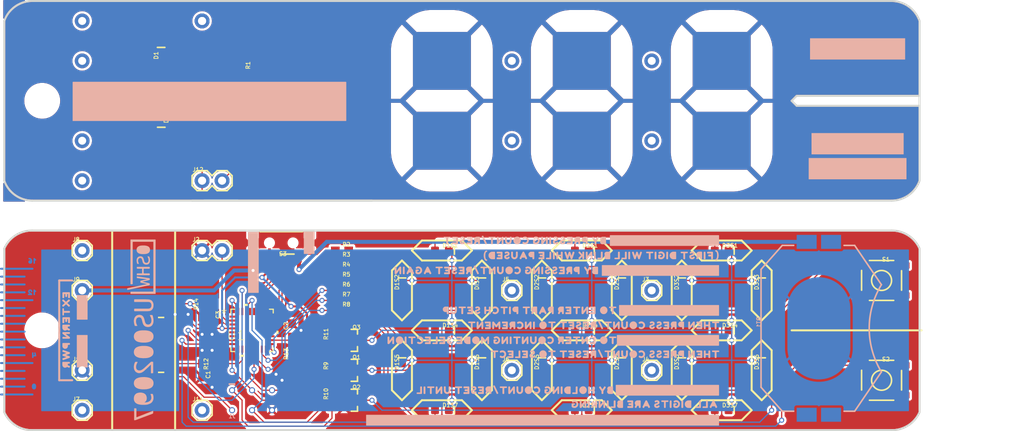
<source format=kicad_pcb>
(kicad_pcb (version 20221018) (generator pcbnew)
  (layers (0 "F.Cu" signal) (31 "B.Cu" signal) (34 "B.Paste" user) (35 "F.Paste" user) (36 "B.SilkS" user "B.Silkscreen") (37 "F.SilkS" user "F.Silkscreen") (38 "B.Mask" user) (39 "F.Mask" user) (44 "Edge.Cuts" user))
  (net 0 "")
  (net 1 "GND")
  (net 2 "V_BATT")
  (net 3 "N$9")
  (net 4 "N$4")
  (net 5 "N$11")
  (net 6 "N$14")
  (net 7 "N$8")
  (net 8 "N$13")
  (net 9 "SEG1")
  (net 10 "SEG4")
  (net 11 "SEG2")
  (net 12 "SEG3")
  (net 13 "SEG6")
  (net 14 "SEG5")
  (net 15 "SEG7")
  (net 16 "IR_DETECTOR_A")
  (net 17 "~{RESET}")
  (net 18 "0")
  (net 19 "1")
  (net 20 "2")
  (net 21 "3")
  (net 22 "4")
  (net 23 "5")
  (net 24 "6")
  (net 25 "8/COPI")
  (net 26 "9/CIPO")
  (net 27 "10/SCK")
  (net 28 "11")
  (net 29 "12")
  (net 30 "13")
  (net 31 "V_EXT")
  (net 32 "N$1")
  (net 33 "N$2")
  (net 34 "N$3")
  (net 35 "N$5")
  (net 36 "N$6")
  (net 37 "N$7")
  (net 38 "N$10")
  (net 39 "N$12")
  (net 40 "N$15")
  (net 41 "N$16")
  (net 42 "N$17")
  (net 43 "N$18")
  (net 44 "N$41")
  (net 45 "N$42")
  (net 46 "N$47")
  (net 47 "N$48")
  (net 48 "N$49")
  (net 49 "N$50")
  (net 50 "IR_DETECTOR_B")
  (net 51 "N$44")
  (net 52 "N$51")
  (net 53 "N$26")
  (net 54 "N$27")
  (net 55 "N$28")
  (net 56 "N$29")
  (net 57 "N$52")
  (net 58 "N$53")
  (net 59 "N$54")
  (net 60 "N$55")
  (net 61 "N$56")
  (net 62 "N$61")
  (net 63 "N$62")
  (footprint "working:1X01" (layer "F.Cu") (at 154.8511 114.52847)
    (fp_text reference "J5")
    (fp_text value "")
  )
  (footprint "working:LED-0603" (layer "F.Cu") (at 176.4411 114.52847 90)
    (fp_text reference "D3S2")
    (fp_text value "")
  )
  (footprint "working:0603" (layer "F.Cu") (at 131.9911 128.49847 90)
    (fp_text reference "R10")
    (fp_text value "1k")
  )
  (footprint "working:1X01" (layer "F.Cu") (at 115.4811 129.76847)
    (fp_text reference "J11")
    (fp_text value "")
  )
  (footprint "working:LED-0603" (layer "F.Cu") (at 181.5211 109.44847)
    (fp_text reference "D3S1")
    (fp_text value "")
  )
  (footprint "working:0603" (layer "F.Cu") (at 115.4811 124.68847 -90)
    (fp_text reference "C1")
    (fp_text value "0.1uF")
  )
  (footprint "working:LED-0603" (layer "F.Cu") (at 168.8211 114.52847 90)
    (fp_text reference "D2S3")
    (fp_text value "")
  )
  (footprint "working:0603" (layer "F.Cu") (at 133.2611 110.71847)
    (fp_text reference "R3")
    (fp_text value "33")
  )
  (footprint "working:1X01" (layer "F.Cu") (at 100.2411 109.44847)
    (fp_text reference "J8")
    (fp_text value "")
  )
  (footprint "working:0603" (layer "F.Cu") (at 133.2611 111.98847)
    (fp_text reference "R4")
    (fp_text value "33")
  )
  (footprint "working:1X01" (layer "F.Cu") (at 100.2411 124.68847)
    (fp_text reference "J10")
    (fp_text value "")
  )
  (footprint "working:0603" (layer "F.Cu") (at 133.2611 114.52847)
    (fp_text reference "R6")
    (fp_text value "33")
  )
  (footprint "working:LED-0603" (layer "F.Cu") (at 110.2911 92.17847 -90)
    (fp_text reference "D3")
    (fp_text value "IR LED")
  )
  (footprint "working:0603" (layer "F.Cu") (at 133.2611 113.25847)
    (fp_text reference "R5")
    (fp_text value "33")
  )
  (footprint "working:LED-0603" (layer "F.Cu") (at 158.6611 124.68847 90)
    (fp_text reference "D2S5")
    (fp_text value "")
  )
  (footprint "" (layer "F.Cu") (at 95.1611 90.39847)
    (fp_text reference "@HOLE1" hide)
    (fp_text value "")
  )
  (footprint "working:0603" (layer "F.Cu") (at 116.7511 124.68847 90)
    (fp_text reference "R12")
    (fp_text value "1k")
  )
  (footprint "working:SWITCH_SPST_SMD_A" (layer "F.Cu") (at 125.5411 108.47847)
    (fp_text reference "S3")
    (fp_text value "")
  )
  (footprint "working:0603" (layer "F.Cu") (at 126.9111 123.41847 90)
    (fp_text reference "R13")
    (fp_text value "1k")
  )
  (footprint "working:LED-0603" (layer "F.Cu") (at 163.7411 119.60847)
    (fp_text reference "D2S4")
    (fp_text value "")
  )
  (footprint "working:HARVATEK_DETECTOR" (layer "F.Cu") (at 110.2741 124.75197 180)
    (fp_text reference "U$31" hide)
    (fp_text value "B19H1PT" hide)
  )
  (footprint "working:LED-0603" (layer "F.Cu") (at 140.8811 114.52847 90)
    (fp_text reference "D1S2")
    (fp_text value "")
  )
  (footprint "working:LED-0603" (layer "F.Cu") (at 181.5211 119.60847)
    (fp_text reference "D3S4")
    (fp_text value "")
  )
  (footprint "working:LED-0603" (layer "F.Cu") (at 181.5211 129.76847)
    (fp_text reference "D3S7")
    (fp_text value "")
  )
  (footprint "working:1X01" (layer "F.Cu") (at 100.2411 129.76847)
    (fp_text reference "J7")
    (fp_text value "")
  )
  (footprint "working:LED-0603" (layer "F.Cu") (at 158.6611 114.52847 90)
    (fp_text reference "D2S2")
    (fp_text value "")
  )
  (footprint "working:LED-0603" (layer "F.Cu") (at 145.9611 129.76847)
    (fp_text reference "D1S7")
    (fp_text value "")
  )
  (footprint "working:32M1-A_ATM" (layer "F.Cu") (at 121.8311 119.60847)
    (fp_text reference "U1")
    (fp_text value "ATTINY861V-10MU")
  )
  (footprint "working:SOT23-3" (layer "F.Cu") (at 134.5311 128.49847 -90)
    (fp_text reference "Q2")
    (fp_text value "220mA/50V/3.5Ω")
  )
  (footprint "working:SOT23-3" (layer "F.Cu") (at 134.5311 124.68847 -90)
    (fp_text reference "Q1")
    (fp_text value "220mA/50V/3.5Ω")
  )
  (footprint "working:LED-0603" (layer "F.Cu") (at 186.6011 124.68847 90)
    (fp_text reference "D3S6")
    (fp_text value "")
  )
  (footprint "working:LED-0603" (layer "F.Cu") (at 145.9611 109.44847)
    (fp_text reference "D1S1")
    (fp_text value "")
  )
  (footprint "working:LED-0603" (layer "F.Cu") (at 176.4411 124.68847 90)
    (fp_text reference "D3S5")
    (fp_text value "")
  )
  (footprint "working:0603" (layer "F.Cu") (at 131.9911 120.87847 90)
    (fp_text reference "R11")
    (fp_text value "1k")
  )
  (footprint "" (layer "F.Cu") (at 95.1611 119.60847)
    (fp_text reference "@HOLE0" hide)
    (fp_text value "")
  )
  (footprint "working:1X01" (layer "F.Cu") (at 172.6311 114.52847)
    (fp_text reference "J3")
    (fp_text value "")
  )
  (footprint "working:1X01" (layer "F.Cu") (at 100.2411 114.52847)
    (fp_text reference "J9")
    (fp_text value "")
  )
  (footprint "working:TACTILE_SWITCH_SMD_5.2MM" (layer "F.Cu") (at 201.8411 125.95847)
    (fp_text reference "S2")
    (fp_text value "MOMENTARY-SWITCH-SPST-SMD-5.2MM-TALL")
  )
  (footprint "working:TACTILE_SWITCH_SMD_5.2MM" (layer "F.Cu") (at 201.8411 113.25847)
    (fp_text reference "S1")
    (fp_text value "MOMENTARY-SWITCH-SPST-SMD-5.2MM-TALL")
  )
  (footprint "working:1X01" (layer "F.Cu") (at 154.8511 124.68847)
    (fp_text reference "J6")
    (fp_text value "")
  )
  (footprint "working:0603" (layer "F.Cu") (at 131.9911 124.68847 90)
    (fp_text reference "R9")
    (fp_text value "1k")
  )
  (footprint "working:0603" (layer "F.Cu") (at 120.5811 92.35547 90)
    (fp_text reference "R15")
    (fp_text value "1k")
  )
  (footprint "working:SOT23-3" (layer "F.Cu") (at 134.5311 120.87847 -90)
    (fp_text reference "Q3")
    (fp_text value "220mA/50V/3.5Ω")
  )
  (footprint "working:0603" (layer "F.Cu") (at 126.9111 119.60847 90)
    (fp_text reference "C2")
    (fp_text value "0.1uF")
  )
  (footprint "working:LED-0603" (layer "F.Cu") (at 151.0411 124.68847 90)
    (fp_text reference "D1S6")
    (fp_text value "")
  )
  (footprint "working:0603" (layer "F.Cu") (at 116.7511 117.06847 -90)
    (fp_text reference "C3")
    (fp_text value "0.1uF")
  )
  (footprint "working:LED-0603" (layer "F.Cu") (at 110.2741 85.19147 90)
    (fp_text reference "D1")
    (fp_text value "IR LED")
  )
  (footprint "working:LED-0603" (layer "F.Cu") (at 163.7411 129.76847)
    (fp_text reference "D2S7")
    (fp_text value "")
  )
  (footprint "working:0603" (layer "F.Cu") (at 115.4811 117.06847 90)
    (fp_text reference "R14")
    (fp_text value "1k")
  )
  (footprint "working:1X01" (layer "F.Cu") (at 172.6311 124.68847)
    (fp_text reference "J4")
    (fp_text value "")
  )
  (footprint "working:1X02" (layer "F.Cu") (at 115.4811 109.44847)
    (fp_text reference "J2")
    (fp_text value "")
  )
  (footprint "working:0603" (layer "F.Cu") (at 120.5611 85.31847 -90)
    (fp_text reference "R1")
    (fp_text value "1k")
  )
  (footprint "working:0603" (layer "F.Cu") (at 133.2611 109.44847)
    (fp_text reference "R2")
    (fp_text value "33")
  )
  (footprint "working:0603" (layer "F.Cu") (at 133.2611 115.79847)
    (fp_text reference "R7")
    (fp_text value "33")
  )
  (footprint "working:LED-0603" (layer "F.Cu") (at 140.8811 124.68847 90)
    (fp_text reference "D1S5")
    (fp_text value "")
  )
  (footprint "working:LED-0603" (layer "F.Cu") (at 151.0411 114.52847 90)
    (fp_text reference "DIS3")
    (fp_text value "")
  )
  (footprint "working:LED-0603" (layer "F.Cu") (at 163.7411 109.44847)
    (fp_text reference "D2S1")
    (fp_text value "")
  )
  (footprint "working:LED-0603" (layer "F.Cu") (at 145.9611 119.60847)
    (fp_text reference "D1S4")
    (fp_text value "")
  )
  (footprint "working:LED-0603" (layer "F.Cu") (at 186.6011 114.52847 90)
    (fp_text reference "D3S3")
    (fp_text value "")
  )
  (footprint "working:LED-0603" (layer "F.Cu") (at 168.8211 124.68847 90)
    (fp_text reference "D2S6")
    (fp_text value "")
  )
  (footprint "working:1X02" (layer "F.Cu") (at 115.4811 100.55847)
    (fp_text reference "J12")
    (fp_text value "")
  )
  (footprint "working:HARVATEK_DETECTOR" (layer "F.Cu") (at 110.2741 117.76697 180)
    (fp_text reference "U$32" hide)
    (fp_text value "B19H1PT" hide)
  )
  (footprint "working:0603" (layer "F.Cu") (at 133.2611 117.06847)
    (fp_text reference "R8")
    (fp_text value "33")
  )
  (footprint "working:THEN_PRESS_COUNT#RESET_TO_SELECT0" (layer "B.Cu") (at 181.9021 122.65647 180)
    (fp_text reference "U$17" hide)
    (fp_text value "" hide)
  )
  (footprint "working:#PRESS_SETUP_X1#0" (layer "B.Cu") (at 181.5211 117.06847 180)
    (fp_text reference "U$4" hide)
    (fp_text value "" hide)
  )
  (footprint "working:00" (layer "B.Cu") (at 94.9211 126.76847 180)
    (fp_text reference "U$5" hide)
    (fp_text value "" hide)
  )
  (footprint "working:#SETUP#0" (layer "B.Cu") (at 198.7931 83.79447)
    (fp_text reference "U$29" hide)
    (fp_text value "" hide)
  )
  (footprint "working:#_3V#0" (layer "B.Cu") (at 100.2411 114.78247 -90)
    (fp_text reference "U$6" hide)
    (fp_text value "" hide)
  )
  (footprint "working:2X3_TEST_POINTS" (layer "B.Cu") (at 121.8311 128.49847)
    (fp_text reference "J1")
    (fp_text value "AVR_SPI_PROG_3X2TESTPOINTS" hide)
  )
  (footprint "working:120" (layer "B.Cu") (at 94.9211 114.76847 180)
    (fp_text reference "U$21" hide)
    (fp_text value "" hide)
  )
  (footprint "working:#PRESS_SETUP_X2#0" (layer "B.Cu") (at 181.5211 120.87847 180)
    (fp_text reference "U$15" hide)
    (fp_text value "" hide)
  )
  (footprint "working:TO_ENTER_PART_PITCH_SETUP0" (layer "B.Cu") (at 168.8211 117.06847 180)
    (fp_text reference "U$14" hide)
    (fp_text value "" hide)
  )
  (footprint "working:#COUNT#0" (layer "B.Cu") (at 198.7931 99.03447)
    (fp_text reference "U$27" hide)
    (fp_text value "" hide)
  )
  (footprint "working:ALL_DIGITS_ARE_BLINKING0" (layer "B.Cu") (at 181.6481 129.00647 180)
    (fp_text reference "U$25" hide)
    (fp_text value "" hide)
  )
  (footprint "working:#RESET#0" (layer "B.Cu") (at 198.7931 95.85947)
    (fp_text reference "U$28" hide)
    (fp_text value "" hide)
  )
  (footprint "working:LOGO#SVG0" (layer "B.Cu") (at 98.9711 87.85847)
    (fp_text reference "U$30" hide)
    (fp_text value "" hide)
  )
  (footprint "working:#RESUME_COUNTING#0" (layer "B.Cu") (at 181.5211 111.98847 180)
    (fp_text reference "U$12" hide)
    (fp_text value "" hide)
  )
  (footprint "working:#RESET_COUNTER#0" (layer "B.Cu") (at 181.5211 127.22847 180)
    (fp_text reference "U$18" hide)
    (fp_text value "" hide)
  )
  (footprint "working:#OFF#EXT#0" (layer "B.Cu") (at 121.9951 115.17647 -90)
    (fp_text reference "U$24" hide)
    (fp_text value "" hide)
  )
  (footprint "working:TO_ENTER_COUNTING_MODE_SELECTION0" (layer "B.Cu") (at 168.8211 120.87847 180)
    (fp_text reference "U$16" hide)
    (fp_text value "" hide)
  )
  (footprint "working:BY_HOLDING_COUNT#RESET_UNTIL0" (layer "B.Cu") (at 168.4401 127.22847 180)
    (fp_text reference "U$19" hide)
    (fp_text value "" hide)
  )
  (footprint "working:160" (layer "B.Cu") (at 94.9211 110.76847 180)
    (fp_text reference "U$22" hide)
    (fp_text value "" hide)
  )
  (footprint "working:40" (layer "B.Cu") (at 94.9211 122.76847 180)
    (fp_text reference "U$20" hide)
    (fp_text value "" hide)
  )
  (footprint "working:#ON#0" (layer "B.Cu") (at 129.0921 110.22347 -90)
    (fp_text reference "U$23" hide)
    (fp_text value "" hide)
  )
  (footprint "working:FIRST_DIGIT_WILL_BLINK_WHILE_PAUSED#_0" (layer "B.Cu") (at 181.1401 110.08347 180)
    (fp_text reference "U$10" hide)
    (fp_text value "" hide)
  )
  (footprint "working:BATTCON_20MM_4LEGS_OVERPASTE_INNER" (layer "B.Cu") (at 193.8711 119.34847 -90)
    (fp_text reference "BT1")
    (fp_text value "")
  )
  (footprint "working:OSHWBC#SVG0" (layer "B.Cu") (at 108.3691 108.05147 -90)
    (fp_text reference "U$1" hide)
    (fp_text value "" hide)
  )
  (footprint "working:#_GND#0" (layer "B.Cu") (at 100.2411 119.86247 -90)
    (fp_text reference "U$7" hide)
    (fp_text value "" hide)
  )
  (footprint "working:BY_PRESSING_COUNT#RESET_AGAIN0" (layer "B.Cu") (at 166.5351 111.98847 180)
    (fp_text reference "U$13" hide)
    (fp_text value "" hide)
  )
  (footprint "working:#PAUSE_COUNTING#0" (layer "B.Cu") (at 181.5211 108.17847 180)
    (fp_text reference "U$3" hide)
    (fp_text value "" hide)
  )
  (footprint "working:THEN_PRESS_COUNT#RESET_TO_INCREMENT0" (layer "B.Cu") (at 181.9021 118.97347 180)
    (fp_text reference "U$8" hide)
    (fp_text value "" hide)
  )
  (footprint "working:#COMPLETE_DOCS_AT_GITHUB#COM#NPOOLE#BEANCOUNTER#0" (layer "B.Cu") (at 181.5211 131.03847 180)
    (fp_text reference "U$26" hide)
    (fp_text value "" hide)
  )
  (footprint "working:#_0" (layer "B.Cu") (at 179.9971 110.08347)
    (fp_text reference "U$11" hide)
    (fp_text value "" hide)
  )
  (footprint "working:EXTERN_PWR0" (layer "B.Cu") (at 98.2091 119.60847 -90)
    (fp_text reference "U$2" hide)
    (fp_text value "" hide)
  )
  (footprint "working:BY_PRESSING_COUNT#RESET0" (layer "B.Cu") (at 167.5511 108.17847 180)
    (fp_text reference "U$9" hide)
    (fp_text value "" hide)
  )
  (gr_line (start 97.3201 125.95847) (end 98.9711 125.95847) (stroke (width 0.254)) (layer "B.SilkS"))
  (gr_line (start 97.3201 113.25847) (end 97.3201 125.95847) (stroke (width 0.254)) (layer "B.SilkS"))
  (gr_line (start 98.9711 113.25847) (end 97.3201 113.25847) (stroke (width 0.254)) (layer "B.SilkS"))
  (gr_line (start 177.7111 111.98847) (end 177.7111 117.06847) (stroke (width 0.254)) (layer "F.SilkS"))
  (gr_line (start 167.5511 119.60847) (end 166.2811 120.87847) (stroke (width 0.254)) (layer "F.SilkS"))
  (gr_line (start 158.6611 128.49847) (end 157.3911 127.22847) (stroke (width 0.254)) (layer "F.SilkS"))
  (gr_line (start 175.1711 127.22847) (end 175.1711 122.14847) (stroke (width 0.254)) (layer "F.SilkS"))
  (gr_line (start 176.4411 110.71847) (end 177.7111 111.98847) (stroke (width 0.254)) (layer "F.SilkS"))
  (gr_line (start 176.4411 128.49847) (end 175.1711 127.22847) (stroke (width 0.254)) (layer "F.SilkS"))
  (gr_line (start 142.1511 122.14847) (end 142.1511 127.22847) (stroke (width 0.254)) (layer "F.SilkS"))
  (gr_line (start 149.7711 109.44847) (end 148.5011 110.71847) (stroke (width 0.254)) (layer "F.SilkS"))
  (gr_line (start 184.0611 108.17847) (end 185.3311 109.44847) (stroke (width 0.254)) (layer "F.SilkS"))
  (gr_line (start 186.6011 128.49847) (end 187.8711 127.22847) (stroke (width 0.254)) (layer "F.SilkS"))
  (gr_line (start 159.9311 122.14847) (end 159.9311 127.22847) (stroke (width 0.254)) (layer "F.SilkS"))
  (gr_line (start 185.3311 122.14847) (end 185.3311 127.22847) (stroke (width 0.254)) (layer "F.SilkS"))
  (gr_line (start 139.6111 122.14847) (end 140.8811 120.87847) (stroke (width 0.254)) (layer "F.SilkS"))
  (gr_line (start 185.3311 117.06847) (end 185.3311 111.98847) (stroke (width 0.254)) (layer "F.SilkS"))
  (gr_line (start 186.6011 120.87847) (end 185.3311 122.14847) (stroke (width 0.254)) (layer "F.SilkS"))
  (gr_line (start 187.8711 122.14847) (end 186.6011 120.87847) (stroke (width 0.254)) (layer "F.SilkS"))
  (gr_line (start 112.0511 132.30847) (end 112.0511 106.97447) (stroke (width 0.254)) (layer "F.SilkS"))
  (gr_line (start 148.5011 110.71847) (end 143.4211 110.71847) (stroke (width 0.254)) (layer "F.SilkS"))
  (gr_line (start 148.5011 120.87847) (end 143.4211 120.87847) (stroke (width 0.254)) (layer "F.SilkS"))
  (gr_line (start 178.9811 131.03847) (end 177.7111 129.76847) (stroke (width 0.254)) (layer "F.SilkS"))
  (gr_line (start 184.0611 128.49847) (end 185.3311 129.76847) (stroke (width 0.254)) (layer "F.SilkS"))
  (gr_line (start 167.5511 111.98847) (end 168.8211 110.71847) (stroke (width 0.254)) (layer "F.SilkS"))
  (gr_line (start 167.5511 109.44847) (end 166.2811 110.71847) (stroke (width 0.254)) (layer "F.SilkS"))
  (gr_line (start 139.6111 111.98847) (end 140.8811 110.71847) (stroke (width 0.254)) (layer "F.SilkS"))
  (gr_line (start 152.3111 117.06847) (end 151.0411 118.33847) (stroke (width 0.254)) (layer "F.SilkS"))
  (gr_line (start 175.1711 111.98847) (end 176.4411 110.71847) (stroke (width 0.254)) (layer "F.SilkS"))
  (gr_line (start 178.9811 118.33847) (end 184.0611 118.33847) (stroke (width 0.254)) (layer "F.SilkS"))
  (gr_line (start 186.6011 118.33847) (end 185.3311 117.06847) (stroke (width 0.254)) (layer "F.SilkS"))
  (gr_line (start 185.3311 129.76847) (end 184.0611 131.03847) (stroke (width 0.254)) (layer "F.SilkS"))
  (gr_line (start 159.9311 109.44847) (end 161.2011 108.17847) (stroke (width 0.254)) (layer "F.SilkS"))
  (gr_line (start 143.4211 120.87847) (end 142.1511 119.60847) (stroke (width 0.254)) (layer "F.SilkS"))
  (gr_line (start 185.3311 119.60847) (end 184.0611 120.87847) (stroke (width 0.254)) (layer "F.SilkS"))
  (gr_line (start 151.0411 110.71847) (end 152.3111 111.98847) (stroke (width 0.254)) (layer "F.SilkS"))
  (gr_line (start 168.8211 110.71847) (end 170.0911 111.98847) (stroke (width 0.254)) (layer "F.SilkS"))
  (gr_line (start 159.9311 127.22847) (end 158.6611 128.49847) (stroke (width 0.254)) (layer "F.SilkS"))
  (gr_line (start 149.7711 111.98847) (end 151.0411 110.71847) (stroke (width 0.254)) (layer "F.SilkS"))
  (gr_line (start 148.5011 118.33847) (end 149.7711 119.60847) (stroke (width 0.254)) (layer "F.SilkS"))
  (gr_line (start 161.2011 120.87847) (end 159.9311 119.60847) (stroke (width 0.254)) (layer "F.SilkS"))
  (gr_line (start 149.7711 129.76847) (end 148.5011 131.03847) (stroke (width 0.254)) (layer "F.SilkS"))
  (gr_line (start 158.6611 120.87847) (end 159.9311 122.14847) (stroke (width 0.254)) (layer "F.SilkS"))
  (gr_line (start 142.1511 119.60847) (end 143.4211 118.33847) (stroke (width 0.254)) (layer "F.SilkS"))
  (gr_line (start 142.1511 127.22847) (end 140.8811 128.49847) (stroke (width 0.254)) (layer "F.SilkS"))
  (gr_line (start 168.8211 120.87847) (end 167.5511 122.14847) (stroke (width 0.254)) (layer "F.SilkS"))
  (gr_line (start 151.0411 118.33847) (end 149.7711 117.06847) (stroke (width 0.254)) (layer "F.SilkS"))
  (gr_line (start 167.5511 129.76847) (end 166.2811 131.03847) (stroke (width 0.254)) (layer "F.SilkS"))
  (gr_line (start 151.0411 128.49847) (end 152.3111 127.22847) (stroke (width 0.254)) (layer "F.SilkS"))
  (gr_line (start 148.5011 128.49847) (end 149.7711 129.76847) (stroke (width 0.254)) (layer "F.SilkS"))
  (gr_line (start 161.2011 128.49847) (end 166.2811 128.49847) (stroke (width 0.254)) (layer "F.SilkS"))
  (gr_line (start 149.7711 119.60847) (end 148.5011 120.87847) (stroke (width 0.254)) (layer "F.SilkS"))
  (gr_line (start 177.7111 119.60847) (end 178.9811 118.33847) (stroke (width 0.254)) (layer "F.SilkS"))
  (gr_line (start 184.0611 110.71847) (end 178.9811 110.71847) (stroke (width 0.254)) (layer "F.SilkS"))
  (gr_line (start 159.9311 111.98847) (end 159.9311 117.06847) (stroke (width 0.254)) (layer "F.SilkS"))
  (gr_line (start 167.5511 122.14847) (end 167.5511 127.22847) (stroke (width 0.254)) (layer "F.SilkS"))
  (gr_line (start 166.2811 120.87847) (end 161.2011 120.87847) (stroke (width 0.254)) (layer "F.SilkS"))
  (gr_line (start 175.1711 122.14847) (end 176.4411 120.87847) (stroke (width 0.254)) (layer "F.SilkS"))
  (gr_line (start 177.7111 129.76847) (end 178.9811 128.49847) (stroke (width 0.254)) (layer "F.SilkS"))
  (gr_line (start 149.7711 122.14847) (end 149.7711 127.22847) (stroke (width 0.254)) (layer "F.SilkS"))
  (gr_line (start 166.2811 110.71847) (end 161.2011 110.71847) (stroke (width 0.254)) (layer "F.SilkS"))
  (gr_line (start 170.0911 127.22847) (end 170.0911 122.14847) (stroke (width 0.254)) (layer "F.SilkS"))
  (gr_line (start 143.4211 131.03847) (end 142.1511 129.76847) (stroke (width 0.254)) (layer "F.SilkS"))
  (gr_line (start 161.2011 108.17847) (end 166.2811 108.17847) (stroke (width 0.254)) (layer "F.SilkS"))
  (gr_line (start 167.5511 117.06847) (end 167.5511 111.98847) (stroke (width 0.254)) (layer "F.SilkS"))
  (gr_line (start 161.2011 131.03847) (end 159.9311 129.76847) (stroke (width 0.254)) (layer "F.SilkS"))
  (gr_line (start 185.3311 111.98847) (end 186.6011 110.71847) (stroke (width 0.254)) (layer "F.SilkS"))
  (gr_line (start 142.1511 109.44847) (end 143.4211 108.17847) (stroke (width 0.254)) (layer "F.SilkS"))
  (gr_line (start 187.8711 117.06847) (end 186.6011 118.33847) (stroke (width 0.254)) (layer "F.SilkS"))
  (gr_line (start 187.8711 127.22847) (end 187.8711 122.14847) (stroke (width 0.254)) (layer "F.SilkS"))
  (gr_line (start 158.6611 110.71847) (end 159.9311 111.98847) (stroke (width 0.254)) (layer "F.SilkS"))
  (gr_line (start 139.6111 117.06847) (end 139.6111 111.98847) (stroke (width 0.254)) (layer "F.SilkS"))
  (gr_line (start 142.1511 129.76847) (end 143.4211 128.49847) (stroke (width 0.254)) (layer "F.SilkS"))
  (gr_line (start 158.6611 118.33847) (end 157.3911 117.06847) (stroke (width 0.254)) (layer "F.SilkS"))
  (gr_line (start 178.9811 128.49847) (end 184.0611 128.49847) (stroke (width 0.254)) (layer "F.SilkS"))
  (gr_line (start 178.9811 120.87847) (end 177.7111 119.60847) (stroke (width 0.254)) (layer "F.SilkS"))
  (gr_line (start 168.8211 118.33847) (end 167.5511 117.06847) (stroke (width 0.254)) (layer "F.SilkS"))
  (gr_line (start 206.9211 119.60847) (end 190.4111 119.60847) (stroke (width 0.254)) (layer "F.SilkS"))
  (gr_line (start 184.0611 120.87847) (end 178.9811 120.87847) (stroke (width 0.254)) (layer "F.SilkS"))
  (gr_line (start 178.9811 110.71847) (end 177.7111 109.44847) (stroke (width 0.254)) (layer "F.SilkS"))
  (gr_line (start 177.7111 117.06847) (end 176.4411 118.33847) (stroke (width 0.254)) (layer "F.SilkS"))
  (gr_line (start 178.9811 108.17847) (end 184.0611 108.17847) (stroke (width 0.254)) (layer "F.SilkS"))
  (gr_line (start 152.3111 122.14847) (end 151.0411 120.87847) (stroke (width 0.254)) (layer "F.SilkS"))
  (gr_line (start 152.3111 127.22847) (end 152.3111 122.14847) (stroke (width 0.254)) (layer "F.SilkS"))
  (gr_line (start 184.0611 131.03847) (end 178.9811 131.03847) (stroke (width 0.254)) (layer "F.SilkS"))
  (gr_line (start 176.4411 120.87847) (end 177.7111 122.14847) (stroke (width 0.254)) (layer "F.SilkS"))
  (gr_line (start 142.1511 117.06847) (end 140.8811 118.33847) (stroke (width 0.254)) (layer "F.SilkS"))
  (gr_line (start 157.3911 117.06847) (end 157.3911 111.98847) (stroke (width 0.254)) (layer "F.SilkS"))
  (gr_line (start 185.3311 109.44847) (end 184.0611 110.71847) (stroke (width 0.254)) (layer "F.SilkS"))
  (gr_line (start 187.8711 111.98847) (end 187.8711 117.06847) (stroke (width 0.254)) (layer "F.SilkS"))
  (gr_line (start 184.0611 118.33847) (end 185.3311 119.60847) (stroke (width 0.254)) (layer "F.SilkS"))
  (gr_line (start 148.5011 131.03847) (end 143.4211 131.03847) (stroke (width 0.254)) (layer "F.SilkS"))
  (gr_line (start 140.8811 118.33847) (end 139.6111 117.06847) (stroke (width 0.254)) (layer "F.SilkS"))
  (gr_line (start 140.8811 128.49847) (end 139.6111 127.22847) (stroke (width 0.254)) (layer "F.SilkS"))
  (gr_line (start 167.5511 127.22847) (end 168.8211 128.49847) (stroke (width 0.254)) (layer "F.SilkS"))
  (gr_line (start 149.7711 127.22847) (end 151.0411 128.49847) (stroke (width 0.254)) (layer "F.SilkS"))
  (gr_line (start 143.4211 118.33847) (end 148.5011 118.33847) (stroke (width 0.254)) (layer "F.SilkS"))
  (gr_line (start 157.3911 122.14847) (end 158.6611 120.87847) (stroke (width 0.254)) (layer "F.SilkS"))
  (gr_line (start 166.2811 128.49847) (end 167.5511 129.76847) (stroke (width 0.254)) (layer "F.SilkS"))
  (gr_line (start 185.3311 127.22847) (end 186.6011 128.49847) (stroke (width 0.254)) (layer "F.SilkS"))
  (gr_line (start 161.2011 118.33847) (end 166.2811 118.33847) (stroke (width 0.254)) (layer "F.SilkS"))
  (gr_line (start 177.7111 127.22847) (end 176.4411 128.49847) (stroke (width 0.254)) (layer "F.SilkS"))
  (gr_line (start 170.0911 122.14847) (end 168.8211 120.87847) (stroke (width 0.254)) (layer "F.SilkS"))
  (gr_line (start 161.2011 110.71847) (end 159.9311 109.44847) (stroke (width 0.254)) (layer "F.SilkS"))
  (gr_line (start 168.8211 128.49847) (end 170.0911 127.22847) (stroke (width 0.254)) (layer "F.SilkS"))
  (gr_line (start 157.3911 127.22847) (end 157.3911 122.14847) (stroke (width 0.254)) (layer "F.SilkS"))
  (gr_line (start 143.4211 110.71847) (end 142.1511 109.44847) (stroke (width 0.254)) (layer "F.SilkS"))
  (gr_line (start 166.2811 131.03847) (end 161.2011 131.03847) (stroke (width 0.254)) (layer "F.SilkS"))
  (gr_line (start 157.3911 111.98847) (end 158.6611 110.71847) (stroke (width 0.254)) (layer "F.SilkS"))
  (gr_line (start 104.0511 106.97447) (end 104.0511 132.30847) (stroke (width 0.254)) (layer "F.SilkS"))
  (gr_line (start 170.0911 111.98847) (end 170.0911 117.06847) (stroke (width 0.254)) (layer "F.SilkS"))
  (gr_line (start 186.6011 110.71847) (end 187.8711 111.98847) (stroke (width 0.254)) (layer "F.SilkS"))
  (gr_line (start 149.7711 117.06847) (end 149.7711 111.98847) (stroke (width 0.254)) (layer "F.SilkS"))
  (gr_line (start 159.9311 117.06847) (end 158.6611 118.33847) (stroke (width 0.254)) (layer "F.SilkS"))
  (gr_line (start 170.0911 117.06847) (end 168.8211 118.33847) (stroke (width 0.254)) (layer "F.SilkS"))
  (gr_line (start 148.5011 108.17847) (end 149.7711 109.44847) (stroke (width 0.254)) (layer "F.SilkS"))
  (gr_line (start 159.9311 129.76847) (end 161.2011 128.49847) (stroke (width 0.254)) (layer "F.SilkS"))
  (gr_line (start 143.4211 128.49847) (end 148.5011 128.49847) (stroke (width 0.254)) (layer "F.SilkS"))
  (gr_line (start 152.3111 111.98847) (end 152.3111 117.06847) (stroke (width 0.254)) (layer "F.SilkS"))
  (gr_line (start 159.9311 119.60847) (end 161.2011 118.33847) (stroke (width 0.254)) (layer "F.SilkS"))
  (gr_line (start 176.4411 118.33847) (end 175.1711 117.06847) (stroke (width 0.254)) (layer "F.SilkS"))
  (gr_line (start 143.4211 108.17847) (end 148.5011 108.17847) (stroke (width 0.254)) (layer "F.SilkS"))
  (gr_line (start 151.0411 120.87847) (end 149.7711 122.14847) (stroke (width 0.254)) (layer "F.SilkS"))
  (gr_line (start 142.1511 111.98847) (end 142.1511 117.06847) (stroke (width 0.254)) (layer "F.SilkS"))
  (gr_line (start 175.1711 117.06847) (end 175.1711 111.98847) (stroke (width 0.254)) (layer "F.SilkS"))
  (gr_line (start 177.7111 109.44847) (end 178.9811 108.17847) (stroke (width 0.254)) (layer "F.SilkS"))
  (gr_line (start 177.7111 122.14847) (end 177.7111 127.22847) (stroke (width 0.254)) (layer "F.SilkS"))
  (gr_line (start 166.2811 108.17847) (end 167.5511 109.44847) (stroke (width 0.254)) (layer "F.SilkS"))
  (gr_line (start 166.2811 118.33847) (end 167.5511 119.60847) (stroke (width 0.254)) (layer "F.SilkS"))
  (gr_line (start 140.8811 110.71847) (end 142.1511 111.98847) (stroke (width 0.254)) (layer "F.SilkS"))
  (gr_line (start 139.6111 127.22847) (end 139.6111 122.14847) (stroke (width 0.254)) (layer "F.SilkS"))
  (gr_line (start 140.8811 120.87847) (end 142.1511 122.14847) (stroke (width 0.254)) (layer "F.SilkS"))
  (gr_arc (start 206.667099 100.55847) (mid 205.291639 102.392025) (end 203.1111 103.09847) (stroke (width 0.254)) (layer "Edge.Cuts"))
  (gr_line (start 93.8911 106.90847) (end 203.1111 106.90847) (stroke (width 0.254)) (layer "Edge.Cuts"))
  (gr_arc (start 203.1111 106.90847) (mid 205.232024 107.518033) (end 206.6671 109.194471) (stroke (width 0.254)) (layer "Edge.Cuts"))
  (gr_arc (start 93.8911 103.09847) (mid 91.710561 102.392026) (end 90.335101 100.558471) (stroke (width 0.254)) (layer "Edge.Cuts"))
  (gr_line (start 203.1111 77.69847) (end 93.8911 77.69847) (stroke (width 0.254)) (layer "Edge.Cuts"))
  (gr_line (start 93.8911 103.09847) (end 203.1111 103.09847) (stroke (width 0.254)) (layer "Edge.Cuts"))
  (gr_line (start 90.3351 109.19447) (end 90.3351 130.02247) (stroke (width 0.254)) (layer "Edge.Cuts"))
  (gr_arc (start 93.8911 132.30847) (mid 91.770176 131.698907) (end 90.3351 130.02247) (stroke (width 0.254)) (layer "Edge.Cuts"))
  (gr_arc (start 90.3351 80.23847) (mid 91.710561 78.404915) (end 93.8911 77.69847) (stroke (width 0.254)) (layer "Edge.Cuts"))
  (gr_line (start 114.2111 103.09847) (end 137.0711 103.09847) (stroke (width 0.254)) (layer "Edge.Cuts"))
  (gr_arc (start 203.1111 77.69847) (mid 205.29164 78.404915) (end 206.6671 80.238471) (stroke (width 0.254)) (layer "Edge.Cuts"))
  (gr_line (start 90.3351 80.23847) (end 90.3351 100.55847) (stroke (width 0.254)) (layer "Edge.Cuts"))
  (gr_line (start 206.6671 109.19447) (end 206.6671 130.02247) (stroke (width 0.254)) (layer "Edge.Cuts"))
  (gr_line (start 203.1111 132.30847) (end 93.8911 132.30847) (stroke (width 0.254)) (layer "Edge.Cuts"))
  (gr_line (start 191.0461 89.76347) (end 206.6671 89.76347) (stroke (width 0.254)) (layer "Edge.Cuts"))
  (gr_line (start 191.0461 91.03347) (end 190.4111 90.39847) (stroke (width 0.254)) (layer "Edge.Cuts"))
  (gr_line (start 190.4111 90.39847) (end 191.0461 89.76347) (stroke (width 0.254)) (layer "Edge.Cuts"))
  (gr_line (start 137.0711 77.69847) (end 114.2111 77.69847) (stroke (width 0.254)) (layer "Edge.Cuts"))
  (gr_line (start 206.6671 91.03347) (end 191.0461 91.03347) (stroke (width 0.254)) (layer "Edge.Cuts"))
  (gr_arc (start 206.667099 130.022469) (mid 205.232024 131.698907) (end 203.1111 132.30847) (stroke (width 0.254)) (layer "Edge.Cuts"))
  (gr_line (start 206.6671 80.23847) (end 206.6671 100.55847) (stroke (width 0.254)) (layer "Edge.Cuts"))
  (gr_arc (start 90.335099 109.19447) (mid 91.770175 107.518032) (end 93.8911 106.90847) (stroke (width 0.254)) (layer "Edge.Cuts"))
  (segment (start 116.8781 120.24347) (end 116.7511 120.11647) (width 0.1524) (layer "F.Cu") (net 1))
  (segment (start 118.2751 120.24347) (end 116.8781 120.24347) (width 0.1524) (layer "F.Cu") (net 1))
  (segment (start 125.0061 119.35447) (end 125.0021 119.35847) (width 0.1524) (layer "F.Cu") (net 1))
  (segment (start 119.4268 119.86247) (end 118.6561 119.86247) (width 0.1524) (layer "F.Cu") (net 1))
  (segment (start 126.1491 118.71947) (end 126.8721 118.71947) (width 0.1524) (layer "F.Cu") (net 1))
  (segment (start 119.4308 119.85847) (end 119.4268 119.86247) (width 0.1524) (layer "F.Cu") (net 1))
  (segment (start 125.0021 119.35847) (end 125.5101 119.35847) (width 0.1524) (layer "F.Cu") (net 1))
  (segment (start 118.6561 119.86247) (end 118.2751 120.24347) (width 0.1524) (layer "F.Cu") (net 1))
  (segment (start 124.2314 119.35847) (end 125.0021 119.35847) (width 0.1524) (layer "F.Cu") (net 1))
  (segment (start 125.5101 119.35847) (end 126.1491 118.71947) (width 0.1524) (layer "F.Cu") (net 1))
  (segment (start 126.8721 118.71947) (end 126.9111 118.75847) (width 0.1524) (layer "F.Cu") (net 1))
  (via (at 125.6411 125.95847) (size 0.635) (drill 0.381) (layers "F.Cu" "B.Cu") (net 1))
  (via (at 115.4811 122.14847) (size 0.635) (drill 0.381) (layers "F.Cu" "B.Cu") (net 1))
  (via (at 128.0541 119.60847) (size 0.635) (drill 0.381) (layers "F.Cu" "B.Cu") (net 1))
  (via (at 113.7031 117.57647) (size 0.635) (drill 0.381) (layers "F.Cu" "B.Cu") (net 1))
  (via (at 115.4811 120.11647) (size 0.635) (drill 0.381) (layers "F.Cu" "B.Cu") (net 1))
  (via (at 124.8791 125.19647) (size 0.635) (drill 0.381) (layers "F.Cu" "B.Cu") (net 1))
  (via (at 116.7511 120.11647) (size 0.635) (drill 0.381) (layers "F.Cu" "B.Cu") (net 1))
  (via (at 112.0521 117.57647) (size 0.635) (drill 0.381) (layers "F.Cu" "B.Cu") (net 1))
  (via (at 116.7511 126.84747) (size 0.635) (drill 0.381) (layers "F.Cu" "B.Cu") (net 1))
  (via (at 116.7511 122.14847) (size 0.635) (drill 0.381) (layers "F.Cu" "B.Cu") (net 1))
  (segment (start 127.9271 116.56047) (end 128.8161 117.44947) (width 0.254) (layer "F.Cu") (net 2))
  (segment (start 115.7351 128.11747) (end 113.1196 125.50197) (width 0.1524) (layer "F.Cu") (net 2))
  (segment (start 108.9526 118.51697) (end 107.8611 119.60847) (width 0.1524) (layer "F.Cu") (net 2))
  (segment (start 118.0251 119.35847) (end 114.8501 119.35847) (width 0.1524) (layer "F.Cu") (net 2))
  (segment (start 117.6401 128.11747) (end 119.2911 129.76847) (width 0.1524) (layer "F.Cu") (net 2))
  (segment (start 124.7911 111.18747) (end 123.1011 112.87747) (width 0.254) (layer "F.Cu") (net 2))
  (segment (start 128.8161 120.87847) (end 128.1811 121.51347) (width 0.254) (layer "F.Cu") (net 2))
  (segment (start 128.8161 117.44947) (end 128.8161 120.87847) (width 0.254) (layer "F.Cu") (net 2))
  (segment (start 126.9111 121.51347) (end 126.9111 122.56847) (width 0.1524) (layer "F.Cu") (net 2))
  (segment (start 113.1196 125.50197) (end 110.2741 125.50197) (width 0.1524) (layer "F.Cu") (net 2))
  (segment (start 119.4308 119.35847) (end 118.0251 119.35847) (width 0.1524) (layer "F.Cu") (net 2))
  (segment (start 128.1811 121.51347) (end 126.9111 121.51347) (width 0.254) (layer "F.Cu") (net 2))
  (segment (start 107.8611 119.60847) (end 107.8611 124.68847) (width 0.1524) (layer "F.Cu") (net 2))
  (segment (start 124.2314 120.85847) (end 126.5111 120.85847) (width 0.1524) (layer "F.Cu") (net 2))
  (segment (start 124.7911 110.22847) (end 124.7911 111.18747) (width 0.254) (layer "F.Cu") (net 2))
  (segment (start 118.0251 119.35847) (end 118.0211 119.35447) (width 0.1524) (layer "F.Cu") (net 2))
  (segment (start 127.9271 116.56047) (end 126.7841 116.56047) (width 0.254) (layer "F.Cu") (net 2))
  (segment (start 126.9111 120.45847) (end 126.9111 121.51347) (width 0.1524) (layer "F.Cu") (net 2))
  (segment (start 114.0086 118.51697) (end 110.2741 118.51697) (width 0.1524) (layer "F.Cu") (net 2))
  (segment (start 126.5111 120.85847) (end 126.9111 120.45847) (width 0.1524) (layer "F.Cu") (net 2))
  (segment (start 117.6401 128.11747) (end 115.7351 128.11747) (width 0.1524) (layer "F.Cu") (net 2))
  (segment (start 110.2741 125.50197) (end 108.6746 125.50197) (width 0.1524) (layer "F.Cu") (net 2))
  (segment (start 108.6746 125.50197) (end 107.8611 124.68847) (width 0.1524) (layer "F.Cu") (net 2))
  (segment (start 114.8501 119.35847) (end 114.0086 118.51697) (width 0.1524) (layer "F.Cu") (net 2))
  (segment (start 110.2741 118.51697) (end 108.9526 118.51697) (width 0.1524) (layer "F.Cu") (net 2))
  (via (at 123.1011 112.87747) (size 0.635) (drill 0.381) (layers "F.Cu" "B.Cu") (net 2))
  (via (at 126.7841 116.56047) (size 0.635) (drill 0.381) (layers "F.Cu" "B.Cu") (net 2))
  (via (at 118.0211 119.35447) (size 0.635) (drill 0.381) (layers "F.Cu" "B.Cu") (net 2))
  (segment (start 123.1011 112.87747) (end 119.6721 112.87747) (width 0.254) (layer "B.Cu") (net 2))
  (segment (start 126.7841 116.56047) (end 123.1011 112.87747) (width 0.254) (layer "B.Cu") (net 2))
  (segment (start 119.6721 112.87747) (end 118.0211 114.52847) (width 0.254) (layer "B.Cu") (net 2))
  (segment (start 118.0211 114.52847) (end 118.0211 119.35447) (width 0.254) (layer "B.Cu") (net 2))
  (segment (start 131.9911 123.83847) (end 132.0911 123.73847) (width 0.1524) (layer "F.Cu") (net 3))
  (segment (start 132.0911 123.73847) (end 133.5311 123.73847) (width 0.1524) (layer "F.Cu") (net 3))
  (segment (start 146.8381 109.44847) (end 147.2311 109.44847) (width 0.1524) (layer "F.Cu") (net 4))
  (segment (start 149.7711 113.25847) (end 151.0411 113.25847) (width 0.1524) (layer "F.Cu") (net 4))
  (segment (start 140.8811 113.25847) (end 142.1511 113.25847) (width 0.1524) (layer "F.Cu") (net 4))
  (segment (start 151.0411 123.41847) (end 149.7711 123.41847) (width 0.1524) (layer "F.Cu") (net 4))
  (segment (start 151.0411 123.81147) (end 151.0411 123.41847) (width 0.1524) (layer "F.Cu") (net 4))
  (segment (start 140.8811 113.65147) (end 140.8811 113.25847) (width 0.1524) (layer "F.Cu") (net 4))
  (segment (start 146.8381 119.60847) (end 147.2311 119.21547) (width 0.1524) (layer "F.Cu") (net 4))
  (segment (start 147.2311 129.76847) (end 147.2311 128.49847) (width 0.1524) (layer "F.Cu") (net 4))
  (segment (start 147.2311 109.44847) (end 147.2311 110.71847) (width 0.1524) (layer "F.Cu") (net 4))
  (segment (start 147.2311 119.21547) (end 147.2311 118.33847) (width 0.1524) (layer "F.Cu") (net 4))
  (segment (start 147.2311 119.60847) (end 146.8381 119.60847) (width 0.1524) (layer "F.Cu") (net 4))
  (segment (start 140.8811 123.41847) (end 140.8811 123.81147) (width 0.1524) (layer "F.Cu") (net 4))
  (segment (start 135.6311 124.68847) (end 137.0711 124.68847) (width 0.1524) (layer "F.Cu") (net 4))
  (segment (start 146.8381 129.76847) (end 147.2311 129.76847) (width 0.1524) (layer "F.Cu") (net 4))
  (segment (start 151.0411 113.25847) (end 151.0411 113.65147) (width 0.1524) (layer "F.Cu") (net 4))
  (segment (start 142.1511 123.41847) (end 140.8811 123.41847) (width 0.1524) (layer "F.Cu") (net 4))
  (segment (start 147.2311 120.87847) (end 147.2311 119.60847) (width 0.1524) (layer "F.Cu") (net 4))
  (via (at 147.2311 110.71847) (size 0.635) (drill 0.381) (layers "F.Cu" "B.Cu") (net 4))
  (via (at 147.2311 118.33847) (size 0.635) (drill 0.381) (layers "F.Cu" "B.Cu") (net 4))
  (via (at 149.7711 113.25847) (size 0.635) (drill 0.381) (layers "F.Cu" "B.Cu") (net 4))
  (via (at 147.2311 128.49847) (size 0.635) (drill 0.381) (layers "F.Cu" "B.Cu") (net 4))
  (via (at 147.2311 120.87847) (size 0.635) (drill 0.381) (layers "F.Cu" "B.Cu") (net 4))
  (via (at 142.1511 123.41847) (size 0.635) (drill 0.381) (layers "F.Cu" "B.Cu") (net 4))
  (via (at 149.7711 123.41847) (size 0.635) (drill 0.381) (layers "F.Cu" "B.Cu") (net 4))
  (via (at 137.0711 124.68847) (size 0.635) (drill 0.381) (layers "F.Cu" "B.Cu") (net 4))
  (via (at 142.1511 113.25847) (size 0.635) (drill 0.381) (layers "F.Cu" "B.Cu") (net 4))
  (segment (start 149.7711 123.41847) (end 147.2311 123.41847) (width 0.1524) (layer "B.Cu") (net 4))
  (segment (start 147.2311 110.71847) (end 147.2311 113.25847) (width 0.1524) (layer "B.Cu") (net 4))
  (segment (start 147.2311 128.49847) (end 147.2311 123.41847) (width 0.1524) (layer "B.Cu") (net 4))
  (segment (start 147.2311 123.41847) (end 147.2311 120.87847) (width 0.1524) (layer "B.Cu") (net 4))
  (segment (start 147.2311 113.25847) (end 147.2311 118.33847) (width 0.1524) (layer "B.Cu") (net 4))
  (segment (start 142.1511 113.25847) (end 147.2311 113.25847) (width 0.1524) (layer "B.Cu") (net 4))
  (segment (start 147.2311 123.41847) (end 142.1511 123.41847) (width 0.1524) (layer "B.Cu") (net 4))
  (segment (start 137.0711 124.68847) (end 140.8811 124.68847) (width 0.1524) (layer "B.Cu") (net 4))
  (segment (start 140.8811 124.68847) (end 142.1511 123.41847) (width 0.1524) (layer "B.Cu") (net 4))
  (segment (start 147.2311 113.25847) (end 149.7711 113.25847) (width 0.1524) (layer "B.Cu") (net 4))
  (segment (start 135.6311 128.49847) (end 137.0711 128.49847) (width 0.1524) (layer "F.Cu") (net 5))
  (segment (start 159.9311 123.41847) (end 158.6611 123.41847) (width 0.1524) (layer "F.Cu") (net 5))
  (segment (start 164.6181 129.76847) (end 165.0111 129.76847) (width 0.1524) (layer "F.Cu") (net 5))
  (segment (start 158.6611 123.41847) (end 158.6611 123.81147) (width 0.1524) (layer "F.Cu") (net 5))
  (segment (start 165.0111 109.44847) (end 165.0111 110.71847) (width 0.1524) (layer "F.Cu") (net 5))
  (segment (start 168.8211 123.81147) (end 168.8211 123.41847) (width 0.1524) (layer "F.Cu") (net 5))
  (segment (start 168.8211 113.25847) (end 168.8211 113.65147) (width 0.1524) (layer "F.Cu") (net 5))
  (segment (start 165.0111 119.60847) (end 164.6181 119.60847) (width 0.1524) (layer "F.Cu") (net 5))
  (segment (start 165.0111 129.76847) (end 165.0111 128.49847) (width 0.1524) (layer "F.Cu") (net 5))
  (segment (start 165.0111 120.87847) (end 165.0111 119.60847) (width 0.1524) (layer "F.Cu") (net 5))
  (segment (start 158.6611 113.25847) (end 159.9311 113.25847) (width 0.1524) (layer "F.Cu") (net 5))
  (segment (start 168.8211 123.41847) (end 167.5511 123.41847) (width 0.1524) (layer "F.Cu") (net 5))
  (segment (start 164.6181 109.44847) (end 165.0111 109.44847) (width 0.1524) (layer "F.Cu") (net 5))
  (segment (start 158.6611 113.65147) (end 158.6611 113.25847) (width 0.1524) (layer "F.Cu") (net 5))
  (segment (start 164.6181 119.60847) (end 165.0111 119.21547) (width 0.1524) (layer "F.Cu") (net 5))
  (segment (start 165.0111 119.21547) (end 165.0111 118.33847) (width 0.1524) (layer "F.Cu") (net 5))
  (segment (start 167.5511 113.25847) (end 168.8211 113.25847) (width 0.1524) (layer "F.Cu") (net 5))
  (via (at 159.9311 113.25847) (size 0.635) (drill 0.381) (layers "F.Cu" "B.Cu") (net 5))
  (via (at 167.5511 123.41847) (size 0.635) (drill 0.381) (layers "F.Cu" "B.Cu") (net 5))
  (via (at 165.0111 118.33847) (size 0.635) (drill 0.381) (layers "F.Cu" "B.Cu") (net 5))
  (via (at 165.0111 110.71847) (size 0.635) (drill 0.381) (layers "F.Cu" "B.Cu") (net 5))
  (via (at 137.0711 128.49847) (size 0.635) (drill 0.381) (layers "F.Cu" "B.Cu") (net 5))
  (via (at 167.5511 113.25847) (size 0.635) (drill 0.381) (layers "F.Cu" "B.Cu") (net 5))
  (via (at 159.9311 123.41847) (size 0.635) (drill 0.381) (layers "F.Cu" "B.Cu") (net 5))
  (via (at 165.0111 120.87847) (size 0.635) (drill 0.381) (layers "F.Cu" "B.Cu") (net 5))
  (via (at 165.0111 128.49847) (size 0.635) (drill 0.381) (layers "F.Cu" "B.Cu") (net 5))
  (segment (start 165.0111 110.71847) (end 165.0111 113.25847) (width 0.1524) (layer "B.Cu") (net 5))
  (segment (start 165.0111 113.25847) (end 167.5511 113.25847) (width 0.1524) (layer "B.Cu") (net 5))
  (segment (start 161.2011 128.49847) (end 165.0111 128.49847) (width 0.1524) (layer "B.Cu") (net 5))
  (segment (start 159.9311 129.76847) (end 161.2011 128.49847) (width 0.1524) (layer "B.Cu") (net 5))
  (segment (start 165.0111 123.41847) (end 165.0111 120.87847) (width 0.1524) (layer "B.Cu") (net 5))
  (segment (start 137.0711 128.49847) (end 138.3411 129.76847) (width 0.1524) (layer "B.Cu") (net 5))
  (segment (start 138.3411 129.76847) (end 159.9311 129.76847) (width 0.1524) (layer "B.Cu") (net 5))
  (segment (start 165.0111 123.41847) (end 159.9311 123.41847) (width 0.1524) (layer "B.Cu") (net 5))
  (segment (start 165.0111 113.25847) (end 165.0111 118.33847) (width 0.1524) (layer "B.Cu") (net 5))
  (segment (start 167.5511 123.41847) (end 165.0111 123.41847) (width 0.1524) (layer "B.Cu") (net 5))
  (segment (start 165.0111 128.49847) (end 165.0111 123.41847) (width 0.1524) (layer "B.Cu") (net 5))
  (segment (start 159.9311 113.25847) (end 165.0111 113.25847) (width 0.1524) (layer "B.Cu") (net 5))
  (segment (start 185.3311 123.41847) (end 186.6011 123.41847) (width 0.1524) (layer "F.Cu") (net 6))
  (segment (start 182.7911 109.44847) (end 182.7911 110.71847) (width 0.1524) (layer "F.Cu") (net 6))
  (segment (start 182.3981 119.60847) (end 182.7911 119.21547) (width 0.1524) (layer "F.Cu") (net 6))
  (segment (start 185.3311 113.25847) (end 186.6011 113.25847) (width 0.1524) (layer "F.Cu") (net 6))
  (segment (start 186.6011 123.41847) (end 186.6011 123.81147) (width 0.1524) (layer "F.Cu") (net 6))
  (segment (start 186.6011 113.25847) (end 186.6011 113.65147) (width 0.1524) (layer "F.Cu") (net 6))
  (segment (start 182.7911 120.87847) (end 182.7911 119.60847) (width 0.1524) (layer "F.Cu") (net 6))
  (segment (start 182.3981 129.76847) (end 182.7911 129.76847) (width 0.1524) (layer "F.Cu") (net 6))
  (segment (start 182.7911 129.76847) (end 182.7911 128.49847) (width 0.1524) (layer "F.Cu") (net 6))
  (segment (start 182.3981 109.44847) (end 182.7911 109.44847) (width 0.1524) (layer "F.Cu") (net 6))
  (segment (start 176.4411 113.65147) (end 176.4411 113.25847) (width 0.1524) (layer "F.Cu") (net 6))
  (segment (start 176.4411 123.41847) (end 177.7111 123.41847) (width 0.1524) (layer "F.Cu") (net 6))
  (segment (start 176.4411 113.25847) (end 177.7111 113.25847) (width 0.1524) (layer "F.Cu") (net 6))
  (segment (start 182.7911 119.60847) (end 182.3981 119.60847) (width 0.1524) (layer "F.Cu") (net 6))
  (segment (start 135.6311 120.87847) (end 137.0711 120.87847) (width 0.1524) (layer "F.Cu") (net 6))
  (segment (start 182.7911 119.21547) (end 182.7911 118.33847) (width 0.1524) (layer "F.Cu") (net 6))
  (segment (start 176.4411 123.81147) (end 176.4411 123.41847) (width 0.1524) (layer "F.Cu") (net 6))
  (via (at 177.7111 123.41847) (size 0.635) (drill 0.381) (layers "F.Cu" "B.Cu") (net 6))
  (via (at 182.7911 118.33847) (size 0.635) (drill 0.381) (layers "F.Cu" "B.Cu") (net 6))
  (via (at 177.7111 113.25847) (size 0.635) (drill 0.381) (layers "F.Cu" "B.Cu") (net 6))
  (via (at 137.0711 120.87847) (size 0.635) (drill 0.381) (layers "F.Cu" "B.Cu") (net 6))
  (via (at 182.7911 120.87847) (size 0.635) (drill 0.381) (layers "F.Cu" "B.Cu") (net 6))
  (via (at 182.7911 110.71847) (size 0.635) (drill 0.381) (layers "F.Cu" "B.Cu") (net 6))
  (via (at 185.3311 113.25847) (size 0.635) (drill 0.381) (layers "F.Cu" "B.Cu") (net 6))
  (via (at 182.7911 128.49847) (size 0.635) (drill 0.381) (layers "F.Cu" "B.Cu") (net 6))
  (via (at 185.3311 123.41847) (size 0.635) (drill 0.381) (layers "F.Cu" "B.Cu") (net 6))
  (segment (start 182.7911 119.60847) (end 182.7911 120.87847) (width 0.1524) (layer "B.Cu") (net 6))
  (segment (start 177.7111 123.41847) (end 182.7911 123.41847) (width 0.1524) (layer "B.Cu") (net 6))
  (segment (start 182.7911 113.25847) (end 182.7911 118.33847) (width 0.1524) (layer "B.Cu") (net 6))
  (segment (start 182.7911 119.60847) (end 182.7911 118.33847) (width 0.1524) (layer "B.Cu") (net 6))
  (segment (start 182.7911 110.71847) (end 182.7911 113.25847) (width 0.1524) (layer "B.Cu") (net 6))
  (segment (start 182.7911 123.41847) (end 185.3311 123.41847) (width 0.1524) (layer "B.Cu") (net 6))
  (segment (start 182.7911 113.25847) (end 185.3311 113.25847) (width 0.1524) (layer "B.Cu") (net 6))
  (segment (start 138.3411 119.60847) (end 182.7911 119.60847) (width 0.1524) (layer "B.Cu") (net 6))
  (segment (start 177.7111 113.25847) (end 182.7911 113.25847) (width 0.1524) (layer "B.Cu") (net 6))
  (segment (start 182.7911 123.41847) (end 182.7911 120.87847) (width 0.1524) (layer "B.Cu") (net 6))
  (segment (start 137.0711 120.87847) (end 138.3411 119.60847) (width 0.1524) (layer "B.Cu") (net 6))
  (segment (start 182.7911 128.49847) (end 182.7911 123.41847) (width 0.1524) (layer "B.Cu") (net 6))
  (segment (start 132.0911 127.54847) (end 133.5311 127.54847) (width 0.1524) (layer "F.Cu") (net 7))
  (segment (start 131.9911 127.64847) (end 132.0911 127.54847) (width 0.1524) (layer "F.Cu") (net 7))
  (segment (start 132.0911 119.92847) (end 133.5311 119.92847) (width 0.1524) (layer "F.Cu") (net 8))
  (segment (start 131.9911 120.02847) (end 132.0911 119.92847) (width 0.1524) (layer "F.Cu") (net 8))
  (segment (start 145.0841 108.54747) (end 145.4531 108.17847) (width 0.1524) (layer "F.Cu") (net 9))
  (segment (start 162.8641 108.19047) (end 162.8521 108.17847) (width 0.1524) (layer "F.Cu") (net 9))
  (segment (start 145.4531 108.17847) (end 162.8521 108.17847) (width 0.1524) (layer "F.Cu") (net 9))
  (segment (start 162.8641 109.44847) (end 162.8641 108.19047) (width 0.1524) (layer "F.Cu") (net 9))
  (segment (start 180.6441 108.57147) (end 180.6441 109.44847) (width 0.1524) (layer "F.Cu") (net 9))
  (segment (start 162.8521 108.17847) (end 180.2511 108.17847) (width 0.1524) (layer "F.Cu") (net 9))
  (segment (start 134.1111 109.44847) (end 145.0841 109.44847) (width 0.1524) (layer "F.Cu") (net 9))
  (segment (start 145.0841 109.44847) (end 145.0841 108.54747) (width 0.1524) (layer "F.Cu") (net 9))
  (segment (start 180.2511 108.17847) (end 180.6441 108.57147) (width 0.1524) (layer "F.Cu") (net 9))
  (segment (start 162.8641 117.46147) (end 162.8521 117.44947) (width 0.1524) (layer "F.Cu") (net 10))
  (segment (start 145.0841 119.60847) (end 145.0841 117.46147) (width 0.1524) (layer "F.Cu") (net 10))
  (segment (start 145.0721 117.44947) (end 162.8521 117.44947) (width 0.1524) (layer "F.Cu") (net 10))
  (segment (start 145.0841 117.46147) (end 145.0721 117.44947) (width 0.1524) (layer "F.Cu") (net 10))
  (segment (start 162.8521 117.44947) (end 179.3621 117.44947) (width 0.1524) (layer "F.Cu") (net 10))
  (segment (start 139.4841 117.44947) (end 145.0721 117.44947) (width 0.1524) (layer "F.Cu") (net 10))
  (segment (start 137.1981 113.25847) (end 137.9601 114.02047) (width 0.1524) (layer "F.Cu") (net 10))
  (segment (start 162.8641 119.60847) (end 162.8641 117.46147) (width 0.1524) (layer "F.Cu") (net 10))
  (segment (start 179.3621 117.44947) (end 180.6441 118.73147) (width 0.1524) (layer "F.Cu") (net 10))
  (segment (start 180.6441 118.73147) (end 180.6441 119.60847) (width 0.1524) (layer "F.Cu") (net 10))
  (segment (start 137.9601 115.92547) (end 139.4841 117.44947) (width 0.1524) (layer "F.Cu") (net 10))
  (segment (start 134.1111 113.25847) (end 137.1981 113.25847) (width 0.1524) (layer "F.Cu") (net 10))
  (segment (start 137.9601 114.02047) (end 137.9601 115.92547) (width 0.1524) (layer "F.Cu") (net 10))
  (segment (start 142.1511 111.48047) (end 157.5181 111.48047) (width 0.1524) (layer "F.Cu") (net 11))
  (segment (start 139.4841 110.71847) (end 141.3891 110.71847) (width 0.1524) (layer "F.Cu") (net 11))
  (segment (start 175.1711 111.98847) (end 175.1711 115.03647) (width 0.1524) (layer "F.Cu") (net 11))
  (segment (start 157.3911 114.78247) (end 157.3911 111.60747) (width 0.1524) (layer "F.Cu") (net 11))
  (segment (start 174.6631 111.48047) (end 175.1711 111.98847) (width 0.1524) (layer "F.Cu") (net 11))
  (segment (start 140.8811 115.40547) (end 139.9801 115.40547) (width 0.1524) (layer "F.Cu") (net 11))
  (segment (start 139.4841 114.90947) (end 139.4841 110.71847) (width 0.1524) (layer "F.Cu") (net 11))
  (segment (start 157.5181 111.48047) (end 174.6631 111.48047) (width 0.1524) (layer "F.Cu") (net 11))
  (segment (start 157.3911 111.60747) (end 157.5181 111.48047) (width 0.1524) (layer "F.Cu") (net 11))
  (segment (start 176.4291 115.41747) (end 176.4411 115.40547) (width 0.1524) (layer "F.Cu") (net 11))
  (segment (start 141.3891 110.71847) (end 142.1511 111.48047) (width 0.1524) (layer "F.Cu") (net 11))
  (segment (start 158.6611 115.40547) (end 158.0141 115.40547) (width 0.1524) (layer "F.Cu") (net 11))
  (segment (start 175.1711 115.03647) (end 175.5521 115.41747) (width 0.1524) (layer "F.Cu") (net 11))
  (segment (start 134.1111 110.71847) (end 139.4841 110.71847) (width 0.1524) (layer "F.Cu") (net 11))
  (segment (start 158.0141 115.40547) (end 157.3911 114.78247) (width 0.1524) (layer "F.Cu") (net 11))
  (segment (start 175.5521 115.41747) (end 176.4291 115.41747) (width 0.1524) (layer "F.Cu") (net 11))
  (segment (start 139.9801 115.40547) (end 139.4841 114.90947) (width 0.1524) (layer "F.Cu") (net 11))
  (segment (start 184.0611 117.06847) (end 185.7241 115.40547) (width 0.1524) (layer "F.Cu") (net 12))
  (segment (start 185.7241 115.40547) (end 186.6011 115.40547) (width 0.1524) (layer "F.Cu") (net 12))
  (segment (start 139.6111 117.06847) (end 151.0411 117.06847) (width 0.1524) (layer "F.Cu") (net 12))
  (segment (start 137.0711 111.98847) (end 138.3411 113.25847) (width 0.1524) (layer "F.Cu") (net 12))
  (segment (start 168.8211 115.40547) (end 168.8211 117.06847) (width 0.1524) (layer "F.Cu") (net 12))
  (segment (start 138.3411 115.79847) (end 139.6111 117.06847) (width 0.1524) (layer "F.Cu") (net 12))
  (segment (start 134.1111 111.98847) (end 137.0711 111.98847) (width 0.1524) (layer "F.Cu") (net 12))
  (segment (start 151.0411 117.06847) (end 168.8211 117.06847) (width 0.1524) (layer "F.Cu") (net 12))
  (segment (start 168.8211 117.06847) (end 184.0611 117.06847) (width 0.1524) (layer "F.Cu") (net 12))
  (segment (start 138.3411 113.25847) (end 138.3411 115.79847) (width 0.1524) (layer "F.Cu") (net 12))
  (segment (start 151.0411 115.40547) (end 151.0411 117.06847) (width 0.1524) (layer "F.Cu") (net 12))
  (segment (start 137.1981 117.83047) (end 139.1031 119.73547) (width 0.1524) (layer "F.Cu") (net 13))
  (segment (start 139.6111 127.22847) (end 151.0411 127.22847) (width 0.1524) (layer "F.Cu") (net 13))
  (segment (start 136.5631 115.79847) (end 137.1981 116.43347) (width 0.1524) (layer "F.Cu") (net 13))
  (segment (start 151.0411 127.22847) (end 168.8211 127.22847) (width 0.1524) (layer "F.Cu") (net 13))
  (segment (start 139.1031 119.73547) (end 139.1031 126.72047) (width 0.1524) (layer "F.Cu") (net 13))
  (segment (start 151.0411 125.56547) (end 151.0411 127.22847) (width 0.1524) (layer "F.Cu") (net 13))
  (segment (start 137.1981 116.43347) (end 137.1981 117.83047) (width 0.1524) (layer "F.Cu") (net 13))
  (segment (start 168.8211 125.56547) (end 168.8211 127.22847) (width 0.1524) (layer "F.Cu") (net 13))
  (segment (start 168.8211 127.22847) (end 185.9661 127.22847) (width 0.1524) (layer "F.Cu") (net 13))
  (segment (start 134.1111 115.79847) (end 136.5631 115.79847) (width 0.1524) (layer "F.Cu") (net 13))
  (segment (start 185.9661 127.22847) (end 186.6011 126.59347) (width 0.1524) (layer "F.Cu") (net 13))
  (segment (start 186.6011 126.59347) (end 186.6011 125.56547) (width 0.1524) (layer "F.Cu") (net 13))
  (segment (start 139.1031 126.72047) (end 139.6111 127.22847) (width 0.1524) (layer "F.Cu") (net 13))
  (segment (start 140.8811 120.87847) (end 142.1511 122.14847) (width 0.1524) (layer "F.Cu") (net 14))
  (segment (start 142.1511 122.14847) (end 157.3911 122.14847) (width 0.1524) (layer "F.Cu") (net 14))
  (segment (start 140.8811 125.56547) (end 140.1071 125.56547) (width 0.1524) (layer "F.Cu") (net 14))
  (segment (start 158.6611 125.56547) (end 157.7601 125.56547) (width 0.1524) (layer "F.Cu") (net 14))
  (segment (start 134.1111 114.52847) (end 136.9441 114.52847) (width 0.1524) (layer "F.Cu") (net 14))
  (segment (start 139.6111 125.06947) (end 139.6111 122.14847) (width 0.1524) (layer "F.Cu") (net 14))
  (segment (start 137.5791 117.57647) (end 140.8811 120.87847) (width 0.1524) (layer "F.Cu") (net 14))
  (segment (start 157.3911 122.14847) (end 173.9011 122.14847) (width 0.1524) (layer "F.Cu") (net 14))
  (segment (start 157.7601 125.56547) (end 157.3911 125.19647) (width 0.1524) (layer "F.Cu") (net 14))
  (segment (start 136.9441 114.52847) (end 137.5791 115.16347) (width 0.1524) (layer "F.Cu") (net 14))
  (segment (start 157.3911 125.19647) (end 157.3911 122.14847) (width 0.1524) (layer "F.Cu") (net 14))
  (segment (start 140.1071 125.56547) (end 139.6111 125.06947) (width 0.1524) (layer "F.Cu") (net 14))
  (segment (start 175.4131 125.56547) (end 176.4411 125.56547) (width 0.1524) (layer "F.Cu") (net 14))
  (segment (start 139.6111 122.14847) (end 140.8811 120.87847) (width 0.1524) (layer "F.Cu") (net 14))
  (segment (start 174.5361 124.68847) (end 175.4131 125.56547) (width 0.1524) (layer "F.Cu") (net 14))
  (segment (start 137.5791 115.16347) (end 137.5791 117.57647) (width 0.1524) (layer "F.Cu") (net 14))
  (segment (start 173.9011 122.14847) (end 174.5361 122.78347) (width 0.1524) (layer "F.Cu") (net 14))
  (segment (start 174.5361 122.78347) (end 174.5361 124.68847) (width 0.1524) (layer "F.Cu") (net 14))
  (segment (start 135.6741 117.06847) (end 138.5951 119.98947) (width 0.1524) (layer "F.Cu") (net 15))
  (segment (start 180.2511 131.03847) (end 180.6441 130.64547) (width 0.1524) (layer "F.Cu") (net 15))
  (segment (start 134.1111 117.06847) (end 135.6741 117.06847) (width 0.1524) (layer "F.Cu") (net 15))
  (segment (start 138.5951 119.98947) (end 138.5951 126.84747) (width 0.1524) (layer "F.Cu") (net 15))
  (segment (start 142.7861 131.03847) (end 145.0721 131.03847) (width 0.1524) (layer "F.Cu") (net 15))
  (segment (start 138.5951 126.84747) (end 142.7861 131.03847) (width 0.1524) (layer "F.Cu") (net 15))
  (segment (start 145.0841 131.02647) (end 145.0721 131.03847) (width 0.1524) (layer "F.Cu") (net 15))
  (segment (start 145.0841 129.76847) (end 145.0841 131.02647) (width 0.1524) (layer "F.Cu") (net 15))
  (segment (start 162.8641 131.02647) (end 162.8521 131.03847) (width 0.1524) (layer "F.Cu") (net 15))
  (segment (start 162.8521 131.03847) (end 180.2511 131.03847) (width 0.1524) (layer "F.Cu") (net 15))
  (segment (start 145.0721 131.03847) (end 162.8521 131.03847) (width 0.1524) (layer "F.Cu") (net 15))
  (segment (start 162.8641 129.76847) (end 162.8641 131.02647) (width 0.1524) (layer "F.Cu") (net 15))
  (segment (start 180.6441 130.64547) (end 180.6441 129.76847) (width 0.1524) (layer "F.Cu") (net 15))
  (segment (start 120.1411 123.83847) (end 120.5811 123.39847) (width 0.1524) (layer "F.Cu") (net 16))
  (segment (start 115.4811 123.83847) (end 110.4376 123.83847) (width 0.1524) (layer "F.Cu") (net 16))
  (segment (start 120.5811 123.39847) (end 120.5811 122.00877) (width 0.1524) (layer "F.Cu") (net 16))
  (segment (start 115.4811 123.83847) (end 116.7511 123.83847) (width 0.1524) (layer "F.Cu") (net 16))
  (segment (start 116.7511 123.83847) (end 120.1411 123.83847) (width 0.1524) (layer "F.Cu") (net 16))
  (segment (start 110.4376 123.83847) (end 110.2741 124.00197) (width 0.1524) (layer "F.Cu") (net 16))
  (segment (start 121.0811 122.00877) (end 121.0811 125.20847) (width 0.1524) (layer "F.Cu") (net 17))
  (segment (start 125.6411 127.22847) (end 126.9111 125.95847) (width 0.1524) (layer "F.Cu") (net 17))
  (segment (start 123.1011 127.22847) (end 124.3711 127.22847) (width 0.1524) (layer "F.Cu") (net 17))
  (segment (start 123.1011 127.22847) (end 121.0811 125.20847) (width 0.1524) (layer "F.Cu") (net 17))
  (segment (start 124.3711 127.22847) (end 125.6411 127.22847) (width 0.1524) (layer "F.Cu") (net 17))
  (segment (start 126.9111 125.95847) (end 126.9111 124.26847) (width 0.1524) (layer "F.Cu") (net 17))
  (segment (start 127.4191 113.25847) (end 131.2291 109.44847) (width 0.1524) (layer "F.Cu") (net 18))
  (segment (start 123.0811 114.54847) (end 124.3711 113.25847) (width 0.1524) (layer "F.Cu") (net 18))
  (segment (start 124.3711 113.25847) (end 127.4191 113.25847) (width 0.1524) (layer "F.Cu") (net 18))
  (segment (start 123.0811 117.20817) (end 123.0811 114.54847) (width 0.1524) (layer "F.Cu") (net 18))
  (segment (start 131.2291 109.44847) (end 132.4111 109.44847) (width 0.1524) (layer "F.Cu") (net 18))
  (segment (start 124.6251 113.63947) (end 127.6731 113.63947) (width 0.1524) (layer "F.Cu") (net 19))
  (segment (start 130.5941 110.71847) (end 132.4111 110.71847) (width 0.1524) (layer "F.Cu") (net 19))
  (segment (start 123.5811 114.68347) (end 124.6251 113.63947) (width 0.1524) (layer "F.Cu") (net 19))
  (segment (start 127.6731 113.63947) (end 130.5941 110.71847) (width 0.1524) (layer "F.Cu") (net 19))
  (segment (start 123.5811 117.20817) (end 123.5811 114.68347) (width 0.1524) (layer "F.Cu") (net 19))
  (segment (start 130.2131 111.98847) (end 132.4111 111.98847) (width 0.1524) (layer "F.Cu") (net 20))
  (segment (start 128.1811 114.02047) (end 130.2131 111.98847) (width 0.1524) (layer "F.Cu") (net 20))
  (segment (start 125.2601 118.08447) (end 125.2601 114.52847) (width 0.1524) (layer "F.Cu") (net 20))
  (segment (start 124.9861 118.35847) (end 125.2601 118.08447) (width 0.1524) (layer "F.Cu") (net 20))
  (segment (start 125.7681 114.02047) (end 128.1811 114.02047) (width 0.1524) (layer "F.Cu") (net 20))
  (segment (start 124.2314 118.35847) (end 124.9861 118.35847) (width 0.1524) (layer "F.Cu") (net 20))
  (segment (start 125.2601 114.52847) (end 125.7681 114.02047) (width 0.1524) (layer "F.Cu") (net 20))
  (segment (start 125.1211 118.85847) (end 125.6411 118.33847) (width 0.1524) (layer "F.Cu") (net 21))
  (segment (start 129.5781 113.25847) (end 132.4111 113.25847) (width 0.1524) (layer "F.Cu") (net 21))
  (segment (start 125.6411 118.33847) (end 125.6411 114.78247) (width 0.1524) (layer "F.Cu") (net 21))
  (segment (start 126.0221 114.40147) (end 128.4351 114.40147) (width 0.1524) (layer "F.Cu") (net 21))
  (segment (start 128.4351 114.40147) (end 129.5781 113.25847) (width 0.1524) (layer "F.Cu") (net 21))
  (segment (start 125.6411 114.78247) (end 126.0221 114.40147) (width 0.1524) (layer "F.Cu") (net 21))
  (segment (start 124.2314 118.85847) (end 125.1211 118.85847) (width 0.1524) (layer "F.Cu") (net 21))
  (segment (start 124.2314 122.00877) (end 124.6251 122.40247) (width 0.1524) (layer "F.Cu") (net 22))
  (segment (start 124.2314 121.35847) (end 124.2314 122.00877) (width 0.1524) (layer "F.Cu") (net 22))
  (segment (start 130.7211 114.52847) (end 132.4111 114.52847) (width 0.1524) (layer "F.Cu") (net 22))
  (via (at 130.7211 114.52847) (size 0.635) (drill 0.381) (layers "F.Cu" "B.Cu") (net 22))
  (via (at 124.6251 122.40247) (size 0.635) (drill 0.381) (layers "F.Cu" "B.Cu") (net 22))
  (segment (start 124.6251 120.62447) (end 130.7211 114.52847) (width 0.1524) (layer "B.Cu") (net 22))
  (segment (start 124.6251 122.40247) (end 124.6251 120.62447) (width 0.1524) (layer "B.Cu") (net 22))
  (segment (start 123.0811 122.63647) (end 123.8631 123.41847) (width 0.1524) (layer "F.Cu") (net 23))
  (segment (start 123.0811 122.00877) (end 123.0811 122.63647) (width 0.1524) (layer "F.Cu") (net 23))
  (segment (start 130.7211 115.79847) (end 132.4111 115.79847) (width 0.1524) (layer "F.Cu") (net 23))
  (via (at 130.7211 115.79847) (size 0.635) (drill 0.381) (layers "F.Cu" "B.Cu") (net 23))
  (via (at 123.8631 123.41847) (size 0.635) (drill 0.381) (layers "F.Cu" "B.Cu") (net 23))
  (segment (start 125.6411 122.65647) (end 125.6411 120.11647) (width 0.1524) (layer "B.Cu") (net 23))
  (segment (start 123.8631 123.41847) (end 124.8791 123.41847) (width 0.1524) (layer "B.Cu") (net 23))
  (segment (start 129.9591 115.79847) (end 130.7211 115.79847) (width 0.1524) (layer "B.Cu") (net 23))
  (segment (start 125.6411 120.11647) (end 129.9591 115.79847) (width 0.1524) (layer "B.Cu") (net 23))
  (segment (start 124.8791 123.41847) (end 125.6411 122.65647) (width 0.1524) (layer "B.Cu") (net 23))
  (segment (start 130.7211 117.06847) (end 132.4111 117.06847) (width 0.1524) (layer "F.Cu") (net 24))
  (segment (start 123.7361 124.56147) (end 122.5811 123.40647) (width 0.1524) (layer "F.Cu") (net 24))
  (segment (start 123.8631 124.56147) (end 123.7361 124.56147) (width 0.1524) (layer "F.Cu") (net 24))
  (segment (start 122.5811 122.00877) (end 122.5811 123.40647) (width 0.1524) (layer "F.Cu") (net 24))
  (via (at 123.8631 124.56147) (size 0.635) (drill 0.381) (layers "F.Cu" "B.Cu") (net 24))
  (via (at 130.7211 117.06847) (size 0.635) (drill 0.381) (layers "F.Cu" "B.Cu") (net 24))
  (segment (start 124.3711 124.56147) (end 126.0221 122.91047) (width 0.1524) (layer "B.Cu") (net 24))
  (segment (start 123.8631 124.56147) (end 124.3711 124.56147) (width 0.1524) (layer "B.Cu") (net 24))
  (segment (start 126.0221 120.24347) (end 129.1971 117.06847) (width 0.1524) (layer "B.Cu") (net 24))
  (segment (start 129.1971 117.06847) (end 130.7211 117.06847) (width 0.1524) (layer "B.Cu") (net 24))
  (segment (start 126.0221 122.91047) (end 126.0221 120.24347) (width 0.1524) (layer "B.Cu") (net 24))
  (segment (start 130.3401 129.76847) (end 130.3401 126.33947) (width 0.1524) (layer "F.Cu") (net 25))
  (segment (start 121.8311 115.79847) (end 121.0811 116.54847) (width 0.1524) (layer "F.Cu") (net 25))
  (segment (start 123.3551 131.29247) (end 128.8161 131.29247) (width 0.1524) (layer "F.Cu") (net 25))
  (segment (start 131.1411 125.53847) (end 131.9911 125.53847) (width 0.1524) (layer "F.Cu") (net 25))
  (segment (start 130.3401 126.33947) (end 131.1411 125.53847) (width 0.1524) (layer "F.Cu") (net 25))
  (segment (start 121.8311 129.76847) (end 123.3551 131.29247) (width 0.1524) (layer "F.Cu") (net 25))
  (segment (start 121.0811 116.54847) (end 121.0811 117.20817) (width 0.1524) (layer "F.Cu") (net 25))
  (segment (start 128.8161 131.29247) (end 130.3401 129.76847) (width 0.1524) (layer "F.Cu") (net 25))
  (via (at 121.8311 115.79847) (size 0.635) (drill 0.381) (layers "F.Cu" "B.Cu") (net 25))
  (segment (start 123.1011 120.87847) (end 123.1011 128.49847) (width 0.1524) (layer "B.Cu") (net 25))
  (segment (start 121.8311 119.60847) (end 123.1011 120.87847) (width 0.1524) (layer "B.Cu") (net 25))
  (segment (start 121.8311 115.79847) (end 121.8311 119.60847) (width 0.1524) (layer "B.Cu") (net 25))
  (segment (start 123.1011 128.49847) (end 121.8311 129.76847) (width 0.1524) (layer "B.Cu") (net 25))
  (segment (start 120.5611 131.03847) (end 121.3231 131.80047) (width 0.1524) (layer "F.Cu") (net 26))
  (segment (start 120.5611 114.52847) (end 120.5811 114.54847) (width 0.1524) (layer "F.Cu") (net 26))
  (segment (start 130.9751 131.80047) (end 131.9911 130.78447) (width 0.1524) (layer "F.Cu") (net 26))
  (segment (start 119.2911 127.22847) (end 120.5611 128.49847) (width 0.1524) (layer "F.Cu") (net 26))
  (segment (start 121.3231 131.80047) (end 130.9751 131.80047) (width 0.1524) (layer "F.Cu") (net 26))
  (segment (start 131.9911 130.78447) (end 131.9911 129.34847) (width 0.1524) (layer "F.Cu") (net 26))
  (segment (start 120.5811 114.54847) (end 120.5811 117.20817) (width 0.1524) (layer "F.Cu") (net 26))
  (segment (start 120.5611 128.49847) (end 120.5611 131.03847) (width 0.1524) (layer "F.Cu") (net 26))
  (via (at 120.5611 114.52847) (size 0.635) (drill 0.381) (layers "F.Cu" "B.Cu") (net 26))
  (segment (start 119.2911 127.22847) (end 120.5611 125.95847) (width 0.1524) (layer "B.Cu") (net 26))
  (segment (start 120.5611 125.95847) (end 120.5611 114.52847) (width 0.1524) (layer "B.Cu") (net 26))
  (segment (start 129.0701 128.49847) (end 129.8321 127.73647) (width 0.1524) (layer "F.Cu") (net 27))
  (segment (start 129.8321 127.73647) (end 129.8321 122.91047) (width 0.1524) (layer "F.Cu") (net 27))
  (segment (start 121.8311 127.22847) (end 123.1011 128.49847) (width 0.1524) (layer "F.Cu") (net 27))
  (segment (start 123.1011 128.49847) (end 129.0701 128.49847) (width 0.1524) (layer "F.Cu") (net 27))
  (segment (start 121.8311 127.22847) (end 119.2911 124.68847) (width 0.1524) (layer "F.Cu") (net 27))
  (segment (start 119.2911 115.79847) (end 120.0811 116.58847) (width 0.1524) (layer "F.Cu") (net 27))
  (segment (start 120.0811 116.58847) (end 120.0811 117.20817) (width 0.1524) (layer "F.Cu") (net 27))
  (segment (start 129.8321 122.91047) (end 131.0141 121.72847) (width 0.1524) (layer "F.Cu") (net 27))
  (segment (start 131.0141 121.72847) (end 131.9911 121.72847) (width 0.1524) (layer "F.Cu") (net 27))
  (via (at 119.2911 124.68847) (size 0.635) (drill 0.381) (layers "F.Cu" "B.Cu") (net 27))
  (via (at 119.2911 115.79847) (size 0.635) (drill 0.381) (layers "F.Cu" "B.Cu") (net 27))
  (segment (start 119.2911 124.68847) (end 119.2911 115.79847) (width 0.1524) (layer "B.Cu") (net 27))
  (segment (start 118.0211 117.83047) (end 118.5491 118.35847) (width 0.1524) (layer "F.Cu") (net 28))
  (segment (start 118.5491 118.35847) (end 119.4308 118.35847) (width 0.1524) (layer "F.Cu") (net 28))
  (segment (start 118.0211 109.44847) (end 118.0211 117.83047) (width 0.1524) (layer "F.Cu") (net 28))
  (segment (start 114.9531 120.85847) (end 119.4308 120.85847) (width 0.1524) (layer "F.Cu") (net 29))
  (segment (start 187.8711 118.33847) (end 187.8711 129.76847) (width 0.1524) (layer "F.Cu") (net 29))
  (segment (start 113.7031 119.60847) (end 114.9531 120.85847) (width 0.1524) (layer "F.Cu") (net 29))
  (segment (start 199.0471 111.35347) (end 194.8561 111.35347) (width 0.1524) (layer "F.Cu") (net 29))
  (segment (start 194.8561 111.35347) (end 187.8711 118.33847) (width 0.1524) (layer "F.Cu") (net 29))
  (via (at 187.8711 129.76847) (size 0.635) (drill 0.381) (layers "F.Cu" "B.Cu") (net 29))
  (via (at 113.7031 119.60847) (size 0.635) (drill 0.381) (layers "F.Cu" "B.Cu") (net 29))
  (segment (start 186.3471 131.29247) (end 114.3381 131.29247) (width 0.1524) (layer "B.Cu") (net 29))
  (segment (start 113.7031 119.60847) (end 113.7031 130.65747) (width 0.1524) (layer "B.Cu") (net 29))
  (segment (start 187.8711 129.76847) (end 186.3471 131.29247) (width 0.1524) (layer "B.Cu") (net 29))
  (segment (start 114.3381 131.29247) (end 113.7031 130.65747) (width 0.1524) (layer "B.Cu") (net 29))
  (segment (start 113.4084 121.35847) (end 119.4308 121.35847) (width 0.1524) (layer "F.Cu") (net 30))
  (segment (start 191.0461 124.05347) (end 189.1411 125.95847) (width 0.1524) (layer "F.Cu") (net 30))
  (segment (start 189.1411 125.95847) (end 189.1411 131.03847) (width 0.1524) (layer "F.Cu") (net 30))
  (segment (start 112.9284 120.87847) (end 113.4084 121.35847) (width 0.1524) (layer "F.Cu") (net 30))
  (segment (start 199.0471 124.05347) (end 191.0461 124.05347) (width 0.1524) (layer "F.Cu") (net 30))
  (via (at 112.9284 120.87847) (size 0.635) (drill 0.381) (layers "F.Cu" "B.Cu") (net 30))
  (via (at 189.1411 131.03847) (size 0.635) (drill 0.381) (layers "F.Cu" "B.Cu") (net 30))
  (segment (start 112.9411 131.29247) (end 112.9411 120.87847) (width 0.1524) (layer "B.Cu") (net 30))
  (segment (start 189.1411 131.03847) (end 188.3791 131.80047) (width 0.1524) (layer "B.Cu") (net 30))
  (segment (start 188.3791 131.80047) (end 113.4491 131.80047) (width 0.1524) (layer "B.Cu") (net 30))
  (segment (start 113.4491 131.80047) (end 112.9411 131.29247) (width 0.1524) (layer "B.Cu") (net 30))
  (segment (start 112.9411 120.87847) (end 112.9284 120.87847) (width 0.1524) (layer "B.Cu") (net 30))
  (segment (start 123.2911 110.65547) (end 123.2911 110.22847) (width 0.508) (layer "F.Cu") (net 31))
  (segment (start 121.9581 111.98847) (end 123.2911 110.65547) (width 0.508) (layer "F.Cu") (net 31))
  (via (at 121.9581 111.98847) (size 0.635) (drill 0.381) (layers "F.Cu" "B.Cu") (net 31))
  (segment (start 119.5451 111.98847) (end 121.9581 111.98847) (width 0.508) (layer "B.Cu") (net 31))
  (segment (start 117.0051 114.52847) (end 119.5451 111.98847) (width 0.508) (layer "B.Cu") (net 31))
  (segment (start 100.2411 114.52847) (end 117.0051 114.52847) (width 0.508) (layer "B.Cu") (net 31))
  (segment (start 127.8001 111.86147) (end 127.8001 110.23747) (width 0.508) (layer "F.Cu") (net 32))
  (segment (start 127.8001 110.23747) (end 127.7911 110.22847) (width 0.508) (layer "F.Cu") (net 32))
  (via (at 127.8001 111.86147) (size 0.635) (drill 0.381) (layers "F.Cu" "B.Cu") (net 32))
  (segment (start 131.3131 108.34847) (end 127.8001 111.86147) (width 0.508) (layer "B.Cu") (net 32))
  (segment (start 192.3211 108.34847) (end 131.3131 108.34847) (width 0.508) (layer "B.Cu") (net 32))
  (segment (start 89.9211 127.76847) (end 93.9211 127.76847) (width 0.254) (layer "B.Cu") (net 33))
  (segment (start 89.9211 126.76847) (end 92.9211 126.76847) (width 0.254) (layer "B.Cu") (net 34))
  (segment (start 89.9211 125.76847) (end 92.9211 125.76847) (width 0.254) (layer "B.Cu") (net 35))
  (segment (start 89.9211 124.76847) (end 92.9211 124.76847) (width 0.254) (layer "B.Cu") (net 36))
  (segment (start 89.9211 123.76847) (end 93.9211 123.76847) (width 0.254) (layer "B.Cu") (net 37))
  (segment (start 89.9211 122.76847) (end 92.9211 122.76847) (width 0.254) (layer "B.Cu") (net 38))
  (segment (start 89.9211 121.76847) (end 92.9211 121.76847) (width 0.254) (layer "B.Cu") (net 39))
  (segment (start 89.9211 120.76847) (end 92.9211 120.76847) (width 0.254) (layer "B.Cu") (net 40))
  (segment (start 89.9211 119.76847) (end 92.9211 119.76847) (width 0.254) (layer "B.Cu") (net 41))
  (segment (start 89.9211 118.76847) (end 92.9211 118.76847) (width 0.254) (layer "B.Cu") (net 42))
  (segment (start 89.9211 117.76847) (end 92.9211 117.76847) (width 0.254) (layer "B.Cu") (net 43))
  (segment (start 89.9211 116.76847) (end 92.9211 116.76847) (width 0.254) (layer "B.Cu") (net 44))
  (segment (start 89.9211 115.76847) (end 93.9211 115.76847) (width 0.254) (layer "B.Cu") (net 45))
  (segment (start 89.9211 114.76847) (end 92.9211 114.76847) (width 0.254) (layer "B.Cu") (net 46))
  (segment (start 89.9211 113.76847) (end 92.9211 113.76847) (width 0.254) (layer "B.Cu") (net 47))
  (segment (start 89.9211 112.76847) (end 92.9211 112.76847) (width 0.254) (layer "B.Cu") (net 48))
  (segment (start 89.9211 111.76847) (end 93.9211 111.76847) (width 0.254) (layer "B.Cu") (net 49))
  (segment (start 113.9571 116.21847) (end 110.9541 116.21847) (width 0.1524) (layer "F.Cu") (net 50))
  (segment (start 115.4811 116.21847) (end 116.7511 116.21847) (width 0.1524) (layer "F.Cu") (net 50))
  (segment (start 110.2741 116.89847) (end 110.2741 117.01697) (width 0.1524) (layer "F.Cu") (net 50))
  (segment (start 113.9571 116.21847) (end 115.4811 116.21847) (width 0.1524) (layer "F.Cu") (net 50))
  (segment (start 122.0811 124.55747) (end 122.0851 124.56147) (width 0.1524) (layer "F.Cu") (net 50))
  (segment (start 122.0811 122.00877) (end 122.0811 124.55747) (width 0.1524) (layer "F.Cu") (net 50))
  (segment (start 110.9541 116.21847) (end 110.2741 116.89847) (width 0.1524) (layer "F.Cu") (net 50))
  (via (at 122.0851 124.56147) (size 0.635) (drill 0.381) (layers "F.Cu" "B.Cu") (net 50))
  (via (at 113.9571 116.21847) (size 0.635) (drill 0.381) (layers "F.Cu" "B.Cu") (net 50))
  (segment (start 114.7191 125.551852) (end 114.7191 116.98047) (width 0.1524) (layer "B.Cu") (net 50))
  (segment (start 117.665718 128.49847) (end 114.7191 125.551852) (width 0.1524) (layer "B.Cu") (net 50))
  (segment (start 122.0851 125.70447) (end 119.2911 128.49847) (width 0.1524) (layer "B.Cu") (net 50))
  (segment (start 119.2911 128.49847) (end 117.665718 128.49847) (width 0.1524) (layer "B.Cu") (net 50))
  (segment (start 114.7191 116.98047) (end 113.9571 116.21847) (width 0.1524) (layer "B.Cu") (net 50))
  (segment (start 122.0851 124.56147) (end 122.0851 125.70447) (width 0.1524) (layer "B.Cu") (net 50))
  (segment (start 120.5611 84.46847) (end 121.6161 84.46847) (width 0.1524) (layer "F.Cu") (net 51))
  (segment (start 118.0211 100.55847) (end 121.9581 96.62147) (width 0.1524) (layer "F.Cu") (net 51))
  (segment (start 121.6161 84.46847) (end 121.9581 84.81047) (width 0.1524) (layer "F.Cu") (net 51))
  (segment (start 120.5811 93.20547) (end 121.9451 93.20547) (width 0.1524) (layer "F.Cu") (net 51))
  (segment (start 121.9451 93.20547) (end 121.9581 93.19247) (width 0.1524) (layer "F.Cu") (net 51))
  (segment (start 121.9581 93.19247) (end 121.9581 96.62147) (width 0.1524) (layer "F.Cu") (net 51))
  (segment (start 121.9581 84.81047) (end 121.9581 93.19247) (width 0.1524) (layer "F.Cu") (net 51))
  (via (at 118.0211 100.55847) (size 1.8796) (drill 1.016) (layers "F.Cu" "B.Cu") (net 51))
  (segment (start 115.4811 102.08247) (end 115.9891 102.59047) (width 0.1524) (layer "F.Cu") (net 52))
  (segment (start 115.4811 100.55847) (end 115.4811 102.08247) (width 0.1524) (layer "F.Cu") (net 52))
  (segment (start 124.3711 98.01847) (end 124.3711 85.31847) (width 0.1524) (layer "F.Cu") (net 52))
  (segment (start 119.7991 102.59047) (end 124.3711 98.01847) (width 0.1524) (layer "F.Cu") (net 52))
  (segment (start 111.8101 82.77847) (end 110.2741 84.31447) (width 0.1524) (layer "F.Cu") (net 52))
  (segment (start 115.9891 102.59047) (end 119.7991 102.59047) (width 0.1524) (layer "F.Cu") (net 52))
  (segment (start 115.4811 100.55847) (end 115.4811 98.24547) (width 0.1524) (layer "F.Cu") (net 52))
  (segment (start 124.3711 85.31847) (end 121.8311 82.77847) (width 0.1524) (layer "F.Cu") (net 52))
  (segment (start 121.8311 82.77847) (end 111.8101 82.77847) (width 0.1524) (layer "F.Cu") (net 52))
  (segment (start 115.4811 98.24547) (end 110.2911 93.05547) (width 0.1524) (layer "F.Cu") (net 52))
  (via (at 115.4811 100.55847) (size 1.8796) (drill 1.016) (layers "F.Cu" "B.Cu") (net 52))
  (via (at 172.6311 85.31847) (size 1.8796) (drill 1.016) (layers "F.Cu" "B.Cu") (net 53))
  (via (at 172.6311 95.47847) (size 1.8796) (drill 1.016) (layers "F.Cu" "B.Cu") (net 54))
  (via (at 154.8511 95.47847) (size 1.8796) (drill 1.016) (layers "F.Cu" "B.Cu") (net 55))
  (via (at 154.8511 85.31847) (size 1.8796) (drill 1.016) (layers "F.Cu" "B.Cu") (net 56))
  (via (at 100.2411 80.23847) (size 1.8796) (drill 1.016) (layers "F.Cu" "B.Cu") (net 57))
  (via (at 100.2411 100.55847) (size 1.8796) (drill 1.016) (layers "F.Cu" "B.Cu") (net 58))
  (via (at 100.2411 95.47847) (size 1.8796) (drill 1.016) (layers "F.Cu" "B.Cu") (net 59))
  (via (at 100.2411 85.31847) (size 1.8796) (drill 1.016) (layers "F.Cu" "B.Cu") (net 60))
  (via (at 115.4811 80.23847) (size 1.8796) (drill 1.016) (layers "F.Cu" "B.Cu") (net 61))
  (via (at 115.4811 80.23847) (size 1.8796) (drill 1.016) (layers "F.Cu" "B.Cu") (net 61))
  (via (at 115.4811 80.23847) (size 1.8796) (drill 1.016) (layers "F.Cu" "B.Cu") (net 61))
  (segment (start 120.3771 91.30147) (end 120.5811 91.50547) (width 0.1524) (layer "F.Cu") (net 62))
  (segment (start 110.2911 91.30147) (end 120.3771 91.30147) (width 0.1524) (layer "F.Cu") (net 62))
  (segment (start 110.2741 86.06847) (end 120.4611 86.06847) (width 0.1524) (layer "F.Cu") (net 63))
  (segment (start 120.4611 86.06847) (end 120.5611 86.16847) (width 0.1524) (layer "F.Cu") (net 63))
  (zone (net 0) (net_name "") (layer "F.Cu") (priority 6) (connect_pads (clearance 0)) (min_thickness 0.127)
    (keepout (tracks allowed) (vias allowed) (pads allowed) (copperpour not_allowed) (footprints allowed))
    (fill (thermal_gap 0.304) (thermal_bridge_width 0.304))
    (polygon (pts (xy 186.953104 81.071875) (xy 187.189231 81.386711) (xy 187.346344 81.648566) (xy 187.502205 81.934311) (xy 187.631688 82.219174) (xy 187.710512 82.403098) (xy 187.814655 82.715527) (xy 187.867254 82.899622) (xy 187.919934 83.136681) (xy 187.971951 83.500804) (xy 187.9981 83.814587) (xy 187.9981 90.14447) (xy 186.802495 90.14447) (xy 185.2041 88.546075) (xy 185.2041 82.090865) (xy 186.605478 80.689487)))
  )
  (zone (net 0) (net_name "") (layer "F.Cu") (priority 6) (connect_pads (clearance 0)) (min_thickness 0.127)
    (keepout (tracks allowed) (vias allowed) (pads allowed) (copperpour not_allowed) (footprints allowed))
    (fill (thermal_gap 0.304) (thermal_bridge_width 0.304))
    (polygon (pts (xy 168.365705 90.39847) (xy 166.968705 91.79547) (xy 160.513495 91.79547) (xy 159.116495 90.39847) (xy 160.513495 89.00147) (xy 166.968705 89.00147)))
  )
  (zone (net 0) (net_name "") (layer "F.Cu") (priority 6) (connect_pads (clearance 0.3048)) (min_thickness 0.127) (fill yes (thermal_gap 0.304) (thermal_bridge_width 0.304))
    (polygon (pts (xy 203.496096 77.591472) (xy 203.876875 77.651782) (xy 204.249263 77.751563) (xy 204.609182 77.889723) (xy 204.952687 78.064748) (xy 205.276015 78.27472) (xy 205.575624 78.517338) (xy 205.848232 78.789946) (xy 206.09085 79.089555) (xy 206.300822 79.412883) (xy 206.475847 79.756388) (xy 206.614007 80.116307) (xy 206.713788 80.488695) (xy 206.774098 80.869474) (xy 206.7941 81.251144) (xy 206.7941 89.89047) (xy 191.098706 89.89047) (xy 190.590706 90.39847) (xy 191.098706 90.90647) (xy 206.7941 90.90647) (xy 206.7941 99.545796) (xy 206.774098 99.927466) (xy 206.713788 100.308245) (xy 206.614007 100.680633) (xy 206.475847 101.040552) (xy 206.300822 101.384057) (xy 206.09085 101.707385) (xy 205.848232 102.006994) (xy 205.575624 102.279602) (xy 205.276015 102.52222) (xy 204.952687 102.732192) (xy 204.609182 102.907217) (xy 204.249263 103.045377) (xy 203.876875 103.145158) (xy 203.496096 103.205468) (xy 203.114426 103.22547) (xy 90.2081 103.22547) (xy 90.2081 77.57147) (xy 203.114426 77.57147)))
  )
  (zone (net 0) (net_name "") (layer "F.Cu") (priority 6) (connect_pads (clearance 0)) (min_thickness 0.127)
    (keepout (tracks allowed) (vias allowed) (pads allowed) (copperpour not_allowed) (footprints allowed))
    (fill (thermal_gap 0.304) (thermal_bridge_width 0.304))
    (polygon (pts (xy 186.150083 100.562848) (xy 185.76852 100.909723) (xy 185.532408 101.093367) (xy 185.297432 101.250017) (xy 185.036659 101.406481) (xy 184.774384 101.537618) (xy 184.461263 101.668085) (xy 184.070137 101.798461) (xy 183.728801 101.877231) (xy 183.364166 101.929321) (xy 183.050383 101.95547) (xy 181.3941 101.95547) (xy 181.3941 99.16147) (xy 184.748705 99.16147)))
  )
  (zone (net 0) (net_name "") (layer "F.Cu") (priority 6) (connect_pads (clearance 0)) (min_thickness 0.127)
    (keepout (tracks allowed) (vias allowed) (pads allowed) (copperpour not_allowed) (footprints allowed))
    (fill (thermal_gap 0.304) (thermal_bridge_width 0.304))
    (polygon (pts (xy 146.0881 101.95547) (xy 144.431817 101.95547) (xy 144.118034 101.929321) (xy 143.753399 101.877231) (xy 143.412063 101.798461) (xy 143.020937 101.668085) (xy 142.707816 101.537618) (xy 142.445541 101.406481) (xy 142.184768 101.250017) (xy 141.949792 101.093367) (xy 141.71368 100.909723) (xy 141.332117 100.562848) (xy 142.733495 99.16147) (xy 146.0881 99.16147)))
  )
  (zone (net 0) (net_name "") (layer "F.Cu") (priority 6) (connect_pads (clearance 0)) (min_thickness 0.127)
    (keepout (tracks allowed) (vias allowed) (pads allowed) (copperpour not_allowed) (footprints allowed))
    (fill (thermal_gap 0.304) (thermal_bridge_width 0.304))
    (polygon (pts (xy 177.8381 92.250865) (xy 177.8381 98.706075) (xy 176.436722 100.107453) (xy 176.089096 99.725065) (xy 175.852969 99.410229) (xy 175.695856 99.148374) (xy 175.539995 98.862629) (xy 175.410512 98.577766) (xy 175.331688 98.393842) (xy 175.227545 98.081413) (xy 175.174946 97.897318) (xy 175.122266 97.660259) (xy 175.070249 97.296136) (xy 175.0441 96.982353) (xy 175.0441 90.65247) (xy 176.239705 90.65247)))
  )
  (zone (net 0) (net_name "") (layer "F.Cu") (priority 6) (connect_pads (clearance 0)) (min_thickness 0.127)
    (keepout (tracks allowed) (vias allowed) (pads allowed) (copperpour not_allowed) (footprints allowed))
    (fill (thermal_gap 0.304) (thermal_bridge_width 0.304))
    (polygon (pts (xy 146.0881 81.63547) (xy 142.733495 81.63547) (xy 141.332117 80.234092) (xy 141.71368 79.887217) (xy 141.949792 79.703573) (xy 142.184768 79.546923) (xy 142.445541 79.390459) (xy 142.707816 79.259322) (xy 143.020937 79.128855) (xy 143.412063 78.998479) (xy 143.753399 78.919709) (xy 144.118034 78.867619) (xy 144.431817 78.84147) (xy 146.0881 78.84147)))
  )
  (zone (net 0) (net_name "") (layer "F.Cu") (priority 6) (connect_pads (clearance 0)) (min_thickness 0.127)
    (keepout (tracks allowed) (vias allowed) (pads allowed) (copperpour not_allowed) (footprints allowed))
    (fill (thermal_gap 0.304) (thermal_bridge_width 0.304))
    (polygon (pts (xy 152.4381 96.982353) (xy 152.411951 97.296136) (xy 152.359934 97.660259) (xy 152.307254 97.897318) (xy 152.254655 98.081413) (xy 152.150512 98.393842) (xy 152.071688 98.577766) (xy 151.942205 98.862629) (xy 151.786344 99.148374) (xy 151.629231 99.410229) (xy 151.393104 99.725065) (xy 151.045478 100.107453) (xy 149.6441 98.706075) (xy 149.6441 92.250865) (xy 151.242495 90.65247) (xy 152.4381 90.65247)))
  )
  (zone (net 0) (net_name "") (layer "F.Cu") (priority 6) (connect_pads (clearance 0)) (min_thickness 0.127)
    (keepout (tracks allowed) (vias allowed) (pads allowed) (copperpour not_allowed) (footprints allowed))
    (fill (thermal_gap 0.304) (thermal_bridge_width 0.304))
    (polygon (pts (xy 183.364166 78.867619) (xy 183.728801 78.919709) (xy 184.070137 78.998479) (xy 184.461263 79.128855) (xy 184.774384 79.259322) (xy 185.036659 79.390459) (xy 185.297432 79.546923) (xy 185.532408 79.703573) (xy 185.76852 79.887217) (xy 186.150083 80.234092) (xy 184.748705 81.63547) (xy 181.3941 81.63547) (xy 181.3941 78.84147) (xy 183.050383 78.84147)))
  )
  (zone (net 0) (net_name "") (layer "F.Cu") (priority 6) (connect_pads (clearance 0)) (min_thickness 0.127)
    (keepout (tracks allowed) (vias allowed) (pads allowed) (copperpour not_allowed) (footprints allowed))
    (fill (thermal_gap 0.304) (thermal_bridge_width 0.304))
    (polygon (pts (xy 142.2781 92.250865) (xy 142.2781 98.706075) (xy 140.876722 100.107453) (xy 140.529096 99.725065) (xy 140.292969 99.410229) (xy 140.135856 99.148374) (xy 139.979995 98.862629) (xy 139.850512 98.577766) (xy 139.771688 98.393842) (xy 139.667545 98.081413) (xy 139.614946 97.897318) (xy 139.562266 97.660259) (xy 139.510249 97.296136) (xy 139.4841 96.982353) (xy 139.4841 90.65247) (xy 140.679705 90.65247)))
  )
  (zone (net 1) (net_name "GND") (layer "F.Cu") (priority 6) (connect_pads (clearance 0.3048)) (min_thickness 0.127) (fill yes (thermal_gap 0.304) (thermal_bridge_width 0.304))
    (polygon (pts (xy 206.7941 132.43547) (xy 90.2081 132.43547) (xy 90.2081 106.78147) (xy 206.7941 106.78147)))
  )
  (zone (net 0) (net_name "") (layer "F.Cu") (priority 6) (connect_pads (clearance 0)) (min_thickness 0.127)
    (keepout (tracks allowed) (vias allowed) (pads allowed) (copperpour not_allowed) (footprints allowed))
    (fill (thermal_gap 0.304) (thermal_bridge_width 0.304))
    (polygon (pts (xy 147.804166 78.867619) (xy 148.168801 78.919709) (xy 148.510137 78.998479) (xy 148.901263 79.128855) (xy 149.214384 79.259322) (xy 149.476659 79.390459) (xy 149.737432 79.546923) (xy 149.972408 79.703573) (xy 150.20852 79.887217) (xy 150.590083 80.234092) (xy 149.188705 81.63547) (xy 145.8341 81.63547) (xy 145.8341 78.84147) (xy 147.490383 78.84147)))
  )
  (zone (net 0) (net_name "") (layer "F.Cu") (priority 6) (connect_pads (clearance 0)) (min_thickness 0.127)
    (keepout (tracks allowed) (vias allowed) (pads allowed) (copperpour not_allowed) (footprints allowed))
    (fill (thermal_gap 0.304) (thermal_bridge_width 0.304))
    (polygon (pts (xy 150.585705 90.39847) (xy 149.188705 91.79547) (xy 142.733495 91.79547) (xy 141.336495 90.39847) (xy 142.733495 89.00147) (xy 149.188705 89.00147)))
  )
  (zone (net 0) (net_name "") (layer "F.Cu") (priority 6) (connect_pads (clearance 0)) (min_thickness 0.127)
    (keepout (tracks allowed) (vias allowed) (pads allowed) (copperpour not_allowed) (footprints allowed))
    (fill (thermal_gap 0.304) (thermal_bridge_width 0.304))
    (polygon (pts (xy 168.370083 100.562848) (xy 167.98852 100.909723) (xy 167.752408 101.093367) (xy 167.517432 101.250017) (xy 167.256659 101.406481) (xy 166.994384 101.537618) (xy 166.681263 101.668085) (xy 166.290137 101.798461) (xy 165.948801 101.877231) (xy 165.584166 101.929321) (xy 165.270383 101.95547) (xy 163.6141 101.95547) (xy 163.6141 99.16147) (xy 166.968705 99.16147)))
  )
  (zone (net 0) (net_name "") (layer "F.Cu") (priority 6) (connect_pads (clearance 0)) (min_thickness 0.127)
    (keepout (tracks allowed) (vias allowed) (pads allowed) (copperpour not_allowed) (footprints allowed))
    (fill (thermal_gap 0.304) (thermal_bridge_width 0.304))
    (polygon (pts (xy 151.393104 81.071875) (xy 151.629231 81.386711) (xy 151.786344 81.648566) (xy 151.942205 81.934311) (xy 152.071688 82.219174) (xy 152.150512 82.403098) (xy 152.254655 82.715527) (xy 152.307254 82.899622) (xy 152.359934 83.136681) (xy 152.411951 83.500804) (xy 152.4381 83.814587) (xy 152.4381 90.14447) (xy 151.242495 90.14447) (xy 149.6441 88.546075) (xy 149.6441 82.090865) (xy 151.045478 80.689487)))
  )
  (zone (net 0) (net_name "") (layer "F.Cu") (priority 6) (connect_pads (clearance 0)) (min_thickness 0.127)
    (keepout (tracks allowed) (vias allowed) (pads allowed) (copperpour not_allowed) (footprints allowed))
    (fill (thermal_gap 0.304) (thermal_bridge_width 0.304))
    (polygon (pts (xy 169.173104 81.071875) (xy 169.409231 81.386711) (xy 169.566344 81.648566) (xy 169.722205 81.934311) (xy 169.851688 82.219174) (xy 169.930512 82.403098) (xy 170.034655 82.715527) (xy 170.087254 82.899622) (xy 170.139934 83.136681) (xy 170.191951 83.500804) (xy 170.2181 83.814587) (xy 170.2181 90.14447) (xy 169.022495 90.14447) (xy 167.4241 88.546075) (xy 167.4241 82.090865) (xy 168.825478 80.689487)))
  )
  (zone (net 0) (net_name "") (layer "F.Cu") (priority 6) (connect_pads (clearance 0)) (min_thickness 0.127)
    (keepout (tracks allowed) (vias allowed) (pads allowed) (copperpour not_allowed) (footprints allowed))
    (fill (thermal_gap 0.304) (thermal_bridge_width 0.304))
    (polygon (pts (xy 181.6481 81.63547) (xy 178.293495 81.63547) (xy 176.892117 80.234092) (xy 177.27368 79.887217) (xy 177.509792 79.703573) (xy 177.744768 79.546923) (xy 178.005541 79.390459) (xy 178.267816 79.259322) (xy 178.580937 79.128855) (xy 178.972063 78.998479) (xy 179.313399 78.919709) (xy 179.678034 78.867619) (xy 179.991817 78.84147) (xy 181.6481 78.84147)))
  )
  (zone (net 0) (net_name "") (layer "F.Cu") (priority 6) (connect_pads (clearance 0)) (min_thickness 0.127)
    (keepout (tracks allowed) (vias allowed) (pads allowed) (copperpour not_allowed) (footprints allowed))
    (fill (thermal_gap 0.304) (thermal_bridge_width 0.304))
    (polygon (pts (xy 186.145705 90.39847) (xy 184.748705 91.79547) (xy 178.293495 91.79547) (xy 176.896495 90.39847) (xy 178.293495 89.00147) (xy 184.748705 89.00147)))
  )
  (zone (net 0) (net_name "") (layer "F.Cu") (priority 6) (connect_pads (clearance 0)) (min_thickness 0.127)
    (keepout (tracks allowed) (vias allowed) (pads allowed) (copperpour not_allowed) (footprints allowed))
    (fill (thermal_gap 0.304) (thermal_bridge_width 0.304))
    (polygon (pts (xy 187.9981 96.982353) (xy 187.971951 97.296136) (xy 187.919934 97.660259) (xy 187.867254 97.897318) (xy 187.814655 98.081413) (xy 187.710512 98.393842) (xy 187.631688 98.577766) (xy 187.502205 98.862629) (xy 187.346344 99.148374) (xy 187.189231 99.410229) (xy 186.953104 99.725065) (xy 186.605478 100.107453) (xy 185.2041 98.706075) (xy 185.2041 92.250865) (xy 186.802495 90.65247) (xy 187.9981 90.65247)))
  )
  (zone (net 0) (net_name "") (layer "F.Cu") (priority 6) (connect_pads (clearance 0)) (min_thickness 0.127)
    (keepout (tracks allowed) (vias allowed) (pads allowed) (copperpour not_allowed) (footprints allowed))
    (fill (thermal_gap 0.304) (thermal_bridge_width 0.304))
    (polygon (pts (xy 181.6481 101.95547) (xy 179.991817 101.95547) (xy 179.678034 101.929321) (xy 179.313399 101.877231) (xy 178.972063 101.798461) (xy 178.580937 101.668085) (xy 178.267816 101.537618) (xy 178.005541 101.406481) (xy 177.744768 101.250017) (xy 177.509792 101.093367) (xy 177.27368 100.909723) (xy 176.892117 100.562848) (xy 178.293495 99.16147) (xy 181.6481 99.16147)))
  )
  (zone (net 0) (net_name "") (layer "F.Cu") (priority 6) (connect_pads (clearance 0)) (min_thickness 0.127)
    (keepout (tracks allowed) (vias allowed) (pads allowed) (copperpour not_allowed) (footprints allowed))
    (fill (thermal_gap 0.304) (thermal_bridge_width 0.304))
    (polygon (pts (xy 163.8681 81.63547) (xy 160.513495 81.63547) (xy 159.112117 80.234092) (xy 159.49368 79.887217) (xy 159.729792 79.703573) (xy 159.964768 79.546923) (xy 160.225541 79.390459) (xy 160.487816 79.259322) (xy 160.800937 79.128855) (xy 161.192063 78.998479) (xy 161.533399 78.919709) (xy 161.898034 78.867619) (xy 162.211817 78.84147) (xy 163.8681 78.84147)))
  )
  (zone (net 0) (net_name "") (layer "F.Cu") (priority 6) (connect_pads (clearance 0)) (min_thickness 0.127)
    (keepout (tracks allowed) (vias allowed) (pads allowed) (copperpour not_allowed) (footprints allowed))
    (fill (thermal_gap 0.304) (thermal_bridge_width 0.304))
    (polygon (pts (xy 165.584166 78.867619) (xy 165.948801 78.919709) (xy 166.290137 78.998479) (xy 166.681263 79.128855) (xy 166.994384 79.259322) (xy 167.256659 79.390459) (xy 167.517432 79.546923) (xy 167.752408 79.703573) (xy 167.98852 79.887217) (xy 168.370083 80.234092) (xy 166.968705 81.63547) (xy 163.6141 81.63547) (xy 163.6141 78.84147) (xy 165.270383 78.84147)))
  )
  (zone (net 0) (net_name "") (layer "F.Cu") (priority 6) (connect_pads (clearance 0)) (min_thickness 0.127)
    (keepout (tracks allowed) (vias allowed) (pads allowed) (copperpour not_allowed) (footprints allowed))
    (fill (thermal_gap 0.304) (thermal_bridge_width 0.304))
    (polygon (pts (xy 150.590083 100.562848) (xy 150.20852 100.909723) (xy 149.972408 101.093367) (xy 149.737432 101.250017) (xy 149.476659 101.406481) (xy 149.214384 101.537618) (xy 148.901263 101.668085) (xy 148.510137 101.798461) (xy 148.168801 101.877231) (xy 147.804166 101.929321) (xy 147.490383 101.95547) (xy 145.8341 101.95547) (xy 145.8341 99.16147) (xy 149.188705 99.16147)))
  )
  (zone (net 0) (net_name "") (layer "F.Cu") (priority 6) (connect_pads (clearance 0)) (min_thickness 0.127)
    (keepout (tracks allowed) (vias allowed) (pads allowed) (copperpour not_allowed) (footprints allowed))
    (fill (thermal_gap 0.304) (thermal_bridge_width 0.304))
    (polygon (pts (xy 177.8381 82.090865) (xy 177.8381 88.546075) (xy 176.239705 90.14447) (xy 175.0441 90.14447) (xy 175.0441 83.814587) (xy 175.070249 83.500804) (xy 175.122266 83.136681) (xy 175.174946 82.899622) (xy 175.227545 82.715527) (xy 175.331688 82.403098) (xy 175.410512 82.219174) (xy 175.539995 81.934311) (xy 175.695856 81.648566) (xy 175.852969 81.386711) (xy 176.089096 81.071875) (xy 176.436722 80.689487)))
  )
  (zone (net 0) (net_name "") (layer "F.Cu") (priority 6) (connect_pads (clearance 0)) (min_thickness 0.127)
    (keepout (tracks allowed) (vias allowed) (pads allowed) (copperpour not_allowed) (footprints allowed))
    (fill (thermal_gap 0.304) (thermal_bridge_width 0.304))
    (polygon (pts (xy 142.2781 82.090865) (xy 142.2781 88.546075) (xy 140.679705 90.14447) (xy 139.4841 90.14447) (xy 139.4841 83.814587) (xy 139.510249 83.500804) (xy 139.562266 83.136681) (xy 139.614946 82.899622) (xy 139.667545 82.715527) (xy 139.771688 82.403098) (xy 139.850512 82.219174) (xy 139.979995 81.934311) (xy 140.135856 81.648566) (xy 140.292969 81.386711) (xy 140.529096 81.071875) (xy 140.876722 80.689487)))
  )
  (zone (net 0) (net_name "") (layer "F.Cu") (priority 6) (connect_pads (clearance 0)) (min_thickness 0.127)
    (keepout (tracks allowed) (vias allowed) (pads allowed) (copperpour not_allowed) (footprints allowed))
    (fill (thermal_gap 0.304) (thermal_bridge_width 0.304))
    (polygon (pts (xy 160.0581 92.250865) (xy 160.0581 98.706075) (xy 158.656722 100.107453) (xy 158.309096 99.725065) (xy 158.072969 99.410229) (xy 157.915856 99.148374) (xy 157.759995 98.862629) (xy 157.630512 98.577766) (xy 157.551688 98.393842) (xy 157.447545 98.081413) (xy 157.394946 97.897318) (xy 157.342266 97.660259) (xy 157.290249 97.296136) (xy 157.2641 96.982353) (xy 157.2641 90.65247) (xy 158.459705 90.65247)))
  )
  (zone (net 0) (net_name "") (layer "F.Cu") (priority 6) (connect_pads (clearance 0)) (min_thickness 0.127)
    (keepout (tracks allowed) (vias allowed) (pads allowed) (copperpour not_allowed) (footprints allowed))
    (fill (thermal_gap 0.304) (thermal_bridge_width 0.304))
    (polygon (pts (xy 160.0581 82.090865) (xy 160.0581 88.546075) (xy 158.459705 90.14447) (xy 157.2641 90.14447) (xy 157.2641 83.814587) (xy 157.290249 83.500804) (xy 157.342266 83.136681) (xy 157.394946 82.899622) (xy 157.447545 82.715527) (xy 157.551688 82.403098) (xy 157.630512 82.219174) (xy 157.759995 81.934311) (xy 157.915856 81.648566) (xy 158.072969 81.386711) (xy 158.309096 81.071875) (xy 158.656722 80.689487)))
  )
  (zone (net 0) (net_name "") (layer "F.Cu") (priority 6) (connect_pads (clearance 0)) (min_thickness 0.127)
    (keepout (tracks allowed) (vias allowed) (pads allowed) (copperpour not_allowed) (footprints allowed))
    (fill (thermal_gap 0.304) (thermal_bridge_width 0.304))
    (polygon (pts (xy 170.2181 96.982353) (xy 170.191951 97.296136) (xy 170.139934 97.660259) (xy 170.087254 97.897318) (xy 170.034655 98.081413) (xy 169.930512 98.393842) (xy 169.851688 98.577766) (xy 169.722205 98.862629) (xy 169.566344 99.148374) (xy 169.409231 99.410229) (xy 169.173104 99.725065) (xy 168.825478 100.107453) (xy 167.4241 98.706075) (xy 167.4241 92.250865) (xy 169.022495 90.65247) (xy 170.2181 90.65247)))
  )
  (zone (net 0) (net_name "") (layer "F.Cu") (priority 6) (connect_pads (clearance 0)) (min_thickness 0.127)
    (keepout (tracks allowed) (vias allowed) (pads allowed) (copperpour not_allowed) (footprints allowed))
    (fill (thermal_gap 0.304) (thermal_bridge_width 0.304))
    (polygon (pts (xy 163.8681 101.95547) (xy 162.211817 101.95547) (xy 161.898034 101.929321) (xy 161.533399 101.877231) (xy 161.192063 101.798461) (xy 160.800937 101.668085) (xy 160.487816 101.537618) (xy 160.225541 101.406481) (xy 159.964768 101.250017) (xy 159.729792 101.093367) (xy 159.49368 100.909723) (xy 159.112117 100.562848) (xy 160.513495 99.16147) (xy 163.8681 99.16147)))
  )
  (zone (net 0) (net_name "") (layer "B.Cu") (priority 6) (connect_pads (clearance 0)) (min_thickness 0.127)
    (keepout (tracks allowed) (vias allowed) (pads allowed) (copperpour not_allowed) (footprints allowed))
    (fill (thermal_gap 0.304) (thermal_bridge_width 0.304))
    (polygon (pts (xy 150.590083 100.562848) (xy 150.20852 100.909723) (xy 149.972408 101.093367) (xy 149.737432 101.250017) (xy 149.476659 101.406481) (xy 149.214384 101.537618) (xy 148.901263 101.668085) (xy 148.510137 101.798461) (xy 148.168801 101.877231) (xy 147.804166 101.929321) (xy 147.490383 101.95547) (xy 145.8341 101.95547) (xy 145.8341 99.16147) (xy 149.188705 99.16147)))
  )
  (zone (net 0) (net_name "") (layer "B.Cu") (priority 6) (connect_pads (clearance 0)) (min_thickness 0.127)
    (keepout (tracks allowed) (vias allowed) (pads allowed) (copperpour not_allowed) (footprints allowed))
    (fill (thermal_gap 0.304) (thermal_bridge_width 0.304))
    (polygon (pts (xy 186.145705 90.39847) (xy 184.748705 91.79547) (xy 178.293495 91.79547) (xy 176.896495 90.39847) (xy 178.293495 89.00147) (xy 184.748705 89.00147)))
  )
  (zone (net 0) (net_name "") (layer "B.Cu") (priority 6) (connect_pads (clearance 0)) (min_thickness 0.127)
    (keepout (tracks allowed) (vias allowed) (pads allowed) (copperpour not_allowed) (footprints allowed))
    (fill (thermal_gap 0.304) (thermal_bridge_width 0.304))
    (polygon (pts (xy 181.6481 101.95547) (xy 179.991817 101.95547) (xy 179.678034 101.929321) (xy 179.313399 101.877231) (xy 178.972063 101.798461) (xy 178.580937 101.668085) (xy 178.267816 101.537618) (xy 178.005541 101.406481) (xy 177.744768 101.250017) (xy 177.509792 101.093367) (xy 177.27368 100.909723) (xy 176.892117 100.562848) (xy 178.293495 99.16147) (xy 181.6481 99.16147)))
  )
  (zone (net 0) (net_name "") (layer "B.Cu") (priority 6) (connect_pads (clearance 0)) (min_thickness 0.127)
    (keepout (tracks allowed) (vias allowed) (pads allowed) (copperpour not_allowed) (footprints allowed))
    (fill (thermal_gap 0.304) (thermal_bridge_width 0.304))
    (polygon (pts (xy 142.2781 82.090865) (xy 142.2781 88.546075) (xy 140.679705 90.14447) (xy 139.4841 90.14447) (xy 139.4841 83.814587) (xy 139.510249 83.500804) (xy 139.562266 83.136681) (xy 139.614946 82.899622) (xy 139.667545 82.715527) (xy 139.771688 82.403098) (xy 139.850512 82.219174) (xy 139.979995 81.934311) (xy 140.135856 81.648566) (xy 140.292969 81.386711) (xy 140.529096 81.071875) (xy 140.876722 80.689487)))
  )
  (zone (net 0) (net_name "") (layer "B.Cu") (priority 6) (connect_pads (clearance 0)) (min_thickness 0.127)
    (keepout (tracks allowed) (vias allowed) (pads allowed) (copperpour not_allowed) (footprints allowed))
    (fill (thermal_gap 0.304) (thermal_bridge_width 0.304))
    (polygon (pts (xy 151.393104 81.071875) (xy 151.629231 81.386711) (xy 151.786344 81.648566) (xy 151.942205 81.934311) (xy 152.071688 82.219174) (xy 152.150512 82.403098) (xy 152.254655 82.715527) (xy 152.307254 82.899622) (xy 152.359934 83.136681) (xy 152.411951 83.500804) (xy 152.4381 83.814587) (xy 152.4381 90.14447) (xy 151.242495 90.14447) (xy 149.6441 88.546075) (xy 149.6441 82.090865) (xy 151.045478 80.689487)))
  )
  (zone (net 0) (net_name "") (layer "B.Cu") (priority 6) (connect_pads (clearance 0)) (min_thickness 0.127)
    (keepout (tracks allowed) (vias allowed) (pads allowed) (copperpour not_allowed) (footprints allowed))
    (fill (thermal_gap 0.304) (thermal_bridge_width 0.304))
    (polygon (pts (xy 160.0581 92.250865) (xy 160.0581 98.706075) (xy 158.656722 100.107453) (xy 158.309096 99.725065) (xy 158.072969 99.410229) (xy 157.915856 99.148374) (xy 157.759995 98.862629) (xy 157.630512 98.577766) (xy 157.551688 98.393842) (xy 157.447545 98.081413) (xy 157.394946 97.897318) (xy 157.342266 97.660259) (xy 157.290249 97.296136) (xy 157.2641 96.982353) (xy 157.2641 90.65247) (xy 158.459705 90.65247)))
  )
  (zone (net 0) (net_name "") (layer "B.Cu") (priority 6) (connect_pads (clearance 0)) (min_thickness 0.127)
    (keepout (tracks allowed) (vias allowed) (pads allowed) (copperpour not_allowed) (footprints allowed))
    (fill (thermal_gap 0.304) (thermal_bridge_width 0.304))
    (polygon (pts (xy 163.8681 101.95547) (xy 162.211817 101.95547) (xy 161.898034 101.929321) (xy 161.533399 101.877231) (xy 161.192063 101.798461) (xy 160.800937 101.668085) (xy 160.487816 101.537618) (xy 160.225541 101.406481) (xy 159.964768 101.250017) (xy 159.729792 101.093367) (xy 159.49368 100.909723) (xy 159.112117 100.562848) (xy 160.513495 99.16147) (xy 163.8681 99.16147)))
  )
  (zone (net 0) (net_name "") (layer "B.Cu") (priority 6) (connect_pads (clearance 0)) (min_thickness 0.127)
    (keepout (tracks allowed) (vias allowed) (pads allowed) (copperpour not_allowed) (footprints allowed))
    (fill (thermal_gap 0.304) (thermal_bridge_width 0.304))
    (polygon (pts (xy 163.8681 81.63547) (xy 160.513495 81.63547) (xy 159.112117 80.234092) (xy 159.49368 79.887217) (xy 159.729792 79.703573) (xy 159.964768 79.546923) (xy 160.225541 79.390459) (xy 160.487816 79.259322) (xy 160.800937 79.128855) (xy 161.192063 78.998479) (xy 161.533399 78.919709) (xy 161.898034 78.867619) (xy 162.211817 78.84147) (xy 163.8681 78.84147)))
  )
  (zone (net 0) (net_name "") (layer "B.Cu") (priority 6) (connect_pads (clearance 0)) (min_thickness 0.127)
    (keepout (tracks allowed) (vias allowed) (pads allowed) (copperpour not_allowed) (footprints allowed))
    (fill (thermal_gap 0.304) (thermal_bridge_width 0.304))
    (polygon (pts (xy 187.9981 96.982353) (xy 187.971951 97.296136) (xy 187.919934 97.660259) (xy 187.867254 97.897318) (xy 187.814655 98.081413) (xy 187.710512 98.393842) (xy 187.631688 98.577766) (xy 187.502205 98.862629) (xy 187.346344 99.148374) (xy 187.189231 99.410229) (xy 186.953104 99.725065) (xy 186.605478 100.107453) (xy 185.2041 98.706075) (xy 185.2041 92.250865) (xy 186.802495 90.65247) (xy 187.9981 90.65247)))
  )
  (zone (net 0) (net_name "") (layer "B.Cu") (priority 6) (connect_pads (clearance 0)) (min_thickness 0.127)
    (keepout (tracks allowed) (vias allowed) (pads allowed) (copperpour not_allowed) (footprints allowed))
    (fill (thermal_gap 0.304) (thermal_bridge_width 0.304))
    (polygon (pts (xy 147.804166 78.867619) (xy 148.168801 78.919709) (xy 148.510137 78.998479) (xy 148.901263 79.128855) (xy 149.214384 79.259322) (xy 149.476659 79.390459) (xy 149.737432 79.546923) (xy 149.972408 79.703573) (xy 150.20852 79.887217) (xy 150.590083 80.234092) (xy 149.188705 81.63547) (xy 145.8341 81.63547) (xy 145.8341 78.84147) (xy 147.490383 78.84147)))
  )
  (zone (net 0) (net_name "") (layer "B.Cu") (priority 6) (connect_pads (clearance 0)) (min_thickness 0.127)
    (keepout (tracks allowed) (vias allowed) (pads allowed) (copperpour not_allowed) (footprints allowed))
    (fill (thermal_gap 0.304) (thermal_bridge_width 0.304))
    (polygon (pts (xy 170.2181 96.982353) (xy 170.191951 97.296136) (xy 170.139934 97.660259) (xy 170.087254 97.897318) (xy 170.034655 98.081413) (xy 169.930512 98.393842) (xy 169.851688 98.577766) (xy 169.722205 98.862629) (xy 169.566344 99.148374) (xy 169.409231 99.410229) (xy 169.173104 99.725065) (xy 168.825478 100.107453) (xy 167.4241 98.706075) (xy 167.4241 92.250865) (xy 169.022495 90.65247) (xy 170.2181 90.65247)))
  )
  (zone (net 1) (net_name "GND") (layer "B.Cu") (priority 6) (connect_pads (clearance 0.3048)) (min_thickness 0.127) (fill yes (thermal_gap 0.304) (thermal_bridge_width 0.304))
    (polygon (pts (xy 205.3181 129.89547) (xy 95.0341 129.89547) (xy 95.0341 109.32147) (xy 205.3181 109.32147)))
  )
  (zone (net 0) (net_name "") (layer "B.Cu") (priority 6) (connect_pads (clearance 0)) (min_thickness 0.127)
    (keepout (tracks allowed) (vias allowed) (pads allowed) (copperpour not_allowed) (footprints allowed))
    (fill (thermal_gap 0.304) (thermal_bridge_width 0.304))
    (polygon (pts (xy 169.173104 81.071875) (xy 169.409231 81.386711) (xy 169.566344 81.648566) (xy 169.722205 81.934311) (xy 169.851688 82.219174) (xy 169.930512 82.403098) (xy 170.034655 82.715527) (xy 170.087254 82.899622) (xy 170.139934 83.136681) (xy 170.191951 83.500804) (xy 170.2181 83.814587) (xy 170.2181 90.14447) (xy 169.022495 90.14447) (xy 167.4241 88.546075) (xy 167.4241 82.090865) (xy 168.825478 80.689487)))
  )
  (zone (net 0) (net_name "") (layer "B.Cu") (priority 6) (connect_pads (clearance 0)) (min_thickness 0.127)
    (keepout (tracks allowed) (vias allowed) (pads allowed) (copperpour not_allowed) (footprints allowed))
    (fill (thermal_gap 0.304) (thermal_bridge_width 0.304))
    (polygon (pts (xy 152.4381 96.982353) (xy 152.411951 97.296136) (xy 152.359934 97.660259) (xy 152.307254 97.897318) (xy 152.254655 98.081413) (xy 152.150512 98.393842) (xy 152.071688 98.577766) (xy 151.942205 98.862629) (xy 151.786344 99.148374) (xy 151.629231 99.410229) (xy 151.393104 99.725065) (xy 151.045478 100.107453) (xy 149.6441 98.706075) (xy 149.6441 92.250865) (xy 151.242495 90.65247) (xy 152.4381 90.65247)))
  )
  (zone (net 0) (net_name "") (layer "B.Cu") (priority 6) (connect_pads (clearance 0)) (min_thickness 0.127)
    (keepout (tracks allowed) (vias allowed) (pads allowed) (copperpour not_allowed) (footprints allowed))
    (fill (thermal_gap 0.304) (thermal_bridge_width 0.304))
    (polygon (pts (xy 165.584166 78.867619) (xy 165.948801 78.919709) (xy 166.290137 78.998479) (xy 166.681263 79.128855) (xy 166.994384 79.259322) (xy 167.256659 79.390459) (xy 167.517432 79.546923) (xy 167.752408 79.703573) (xy 167.98852 79.887217) (xy 168.370083 80.234092) (xy 166.968705 81.63547) (xy 163.6141 81.63547) (xy 163.6141 78.84147) (xy 165.270383 78.84147)))
  )
  (zone (net 0) (net_name "") (layer "B.Cu") (priority 6) (connect_pads (clearance 0)) (min_thickness 0.127)
    (keepout (tracks allowed) (vias allowed) (pads allowed) (copperpour not_allowed) (footprints allowed))
    (fill (thermal_gap 0.304) (thermal_bridge_width 0.304))
    (polygon (pts (xy 150.585705 90.39847) (xy 149.188705 91.79547) (xy 142.733495 91.79547) (xy 141.336495 90.39847) (xy 142.733495 89.00147) (xy 149.188705 89.00147)))
  )
  (zone (net 0) (net_name "") (layer "B.Cu") (priority 6) (connect_pads (clearance 0)) (min_thickness 0.127)
    (keepout (tracks allowed) (vias allowed) (pads allowed) (copperpour not_allowed) (footprints allowed))
    (fill (thermal_gap 0.304) (thermal_bridge_width 0.304))
    (polygon (pts (xy 160.0581 82.090865) (xy 160.0581 88.546075) (xy 158.459705 90.14447) (xy 157.2641 90.14447) (xy 157.2641 83.814587) (xy 157.290249 83.500804) (xy 157.342266 83.136681) (xy 157.394946 82.899622) (xy 157.447545 82.715527) (xy 157.551688 82.403098) (xy 157.630512 82.219174) (xy 157.759995 81.934311) (xy 157.915856 81.648566) (xy 158.072969 81.386711) (xy 158.309096 81.071875) (xy 158.656722 80.689487)))
  )
  (zone (net 0) (net_name "") (layer "B.Cu") (priority 6) (connect_pads (clearance 0.3048)) (min_thickness 0.127) (fill yes (thermal_gap 0.304) (thermal_bridge_width 0.304))
    (polygon (pts (xy 203.496096 77.591472) (xy 203.876875 77.651782) (xy 204.249263 77.751563) (xy 204.609182 77.889723) (xy 204.952687 78.064748) (xy 205.276015 78.27472) (xy 205.575624 78.517338) (xy 205.848232 78.789946) (xy 206.09085 79.089555) (xy 206.300822 79.412883) (xy 206.475847 79.756388) (xy 206.614007 80.116307) (xy 206.713788 80.488695) (xy 206.774098 80.869474) (xy 206.7941 81.251144) (xy 206.7941 89.89047) (xy 191.098706 89.89047) (xy 190.590706 90.39847) (xy 191.098706 90.90647) (xy 206.7941 90.90647) (xy 206.7941 99.545796) (xy 206.774098 99.927466) (xy 206.713788 100.308245) (xy 206.614007 100.680633) (xy 206.475847 101.040552) (xy 206.300822 101.384057) (xy 206.09085 101.707385) (xy 205.848232 102.006994) (xy 205.575624 102.279602) (xy 205.276015 102.52222) (xy 204.952687 102.732192) (xy 204.609182 102.907217) (xy 204.249263 103.045377) (xy 203.876875 103.145158) (xy 203.496096 103.205468) (xy 203.114426 103.22547) (xy 90.2081 103.22547) (xy 90.2081 77.57147) (xy 203.114426 77.57147)))
  )
  (zone (net 0) (net_name "") (layer "B.Cu") (priority 6) (connect_pads (clearance 0)) (min_thickness 0.127)
    (keepout (tracks allowed) (vias allowed) (pads allowed) (copperpour not_allowed) (footprints allowed))
    (fill (thermal_gap 0.304) (thermal_bridge_width 0.304))
    (polygon (pts (xy 186.953104 81.071875) (xy 187.189231 81.386711) (xy 187.346344 81.648566) (xy 187.502205 81.934311) (xy 187.631688 82.219174) (xy 187.710512 82.403098) (xy 187.814655 82.715527) (xy 187.867254 82.899622) (xy 187.919934 83.136681) (xy 187.971951 83.500804) (xy 187.9981 83.814587) (xy 187.9981 90.14447) (xy 186.802495 90.14447) (xy 185.2041 88.546075) (xy 185.2041 82.090865) (xy 186.605478 80.689487)))
  )
  (zone (net 0) (net_name "") (layer "B.Cu") (priority 6) (connect_pads (clearance 0)) (min_thickness 0.127)
    (keepout (tracks allowed) (vias allowed) (pads allowed) (copperpour not_allowed) (footprints allowed))
    (fill (thermal_gap 0.304) (thermal_bridge_width 0.304))
    (polygon (pts (xy 181.6481 81.63547) (xy 178.293495 81.63547) (xy 176.892117 80.234092) (xy 177.27368 79.887217) (xy 177.509792 79.703573) (xy 177.744768 79.546923) (xy 178.005541 79.390459) (xy 178.267816 79.259322) (xy 178.580937 79.128855) (xy 178.972063 78.998479) (xy 179.313399 78.919709) (xy 179.678034 78.867619) (xy 179.991817 78.84147) (xy 181.6481 78.84147)))
  )
  (zone (net 0) (net_name "") (layer "B.Cu") (priority 6) (connect_pads (clearance 0)) (min_thickness 0.127)
    (keepout (tracks allowed) (vias allowed) (pads allowed) (copperpour not_allowed) (footprints allowed))
    (fill (thermal_gap 0.304) (thermal_bridge_width 0.304))
    (polygon (pts (xy 177.8381 92.250865) (xy 177.8381 98.706075) (xy 176.436722 100.107453) (xy 176.089096 99.725065) (xy 175.852969 99.410229) (xy 175.695856 99.148374) (xy 175.539995 98.862629) (xy 175.410512 98.577766) (xy 175.331688 98.393842) (xy 175.227545 98.081413) (xy 175.174946 97.897318) (xy 175.122266 97.660259) (xy 175.070249 97.296136) (xy 175.0441 96.982353) (xy 175.0441 90.65247) (xy 176.239705 90.65247)))
  )
  (zone (net 0) (net_name "") (layer "B.Cu") (priority 6) (connect_pads (clearance 0)) (min_thickness 0.127)
    (keepout (tracks allowed) (vias allowed) (pads allowed) (copperpour not_allowed) (footprints allowed))
    (fill (thermal_gap 0.304) (thermal_bridge_width 0.304))
    (polygon (pts (xy 168.365705 90.39847) (xy 166.968705 91.79547) (xy 160.513495 91.79547) (xy 159.116495 90.39847) (xy 160.513495 89.00147) (xy 166.968705 89.00147)))
  )
  (zone (net 0) (net_name "") (layer "B.Cu") (priority 6) (connect_pads (clearance 0)) (min_thickness 0.127)
    (keepout (tracks allowed) (vias allowed) (pads allowed) (copperpour not_allowed) (footprints allowed))
    (fill (thermal_gap 0.304) (thermal_bridge_width 0.304))
    (polygon (pts (xy 168.370083 100.562848) (xy 167.98852 100.909723) (xy 167.752408 101.093367) (xy 167.517432 101.250017) (xy 167.256659 101.406481) (xy 166.994384 101.537618) (xy 166.681263 101.668085) (xy 166.290137 101.798461) (xy 165.948801 101.877231) (xy 165.584166 101.929321) (xy 165.270383 101.95547) (xy 163.6141 101.95547) (xy 163.6141 99.16147) (xy 166.968705 99.16147)))
  )
  (zone (net 0) (net_name "") (layer "B.Cu") (priority 6) (connect_pads (clearance 0)) (min_thickness 0.127)
    (keepout (tracks allowed) (vias allowed) (pads allowed) (copperpour not_allowed) (footprints allowed))
    (fill (thermal_gap 0.304) (thermal_bridge_width 0.304))
    (polygon (pts (xy 142.2781 92.250865) (xy 142.2781 98.706075) (xy 140.876722 100.107453) (xy 140.529096 99.725065) (xy 140.292969 99.410229) (xy 140.135856 99.148374) (xy 139.979995 98.862629) (xy 139.850512 98.577766) (xy 139.771688 98.393842) (xy 139.667545 98.081413) (xy 139.614946 97.897318) (xy 139.562266 97.660259) (xy 139.510249 97.296136) (xy 139.4841 96.982353) (xy 139.4841 90.65247) (xy 140.679705 90.65247)))
  )
  (zone (net 0) (net_name "") (layer "B.Cu") (priority 6) (connect_pads (clearance 0)) (min_thickness 0.127)
    (keepout (tracks allowed) (vias allowed) (pads allowed) (copperpour not_allowed) (footprints allowed))
    (fill (thermal_gap 0.304) (thermal_bridge_width 0.304))
    (polygon (pts (xy 177.8381 82.090865) (xy 177.8381 88.546075) (xy 176.239705 90.14447) (xy 175.0441 90.14447) (xy 175.0441 83.814587) (xy 175.070249 83.500804) (xy 175.122266 83.136681) (xy 175.174946 82.899622) (xy 175.227545 82.715527) (xy 175.331688 82.403098) (xy 175.410512 82.219174) (xy 175.539995 81.934311) (xy 175.695856 81.648566) (xy 175.852969 81.386711) (xy 176.089096 81.071875) (xy 176.436722 80.689487)))
  )
  (zone (net 0) (net_name "") (layer "B.Cu") (priority 6) (connect_pads (clearance 0)) (min_thickness 0.127)
    (keepout (tracks allowed) (vias allowed) (pads allowed) (copperpour not_allowed) (footprints allowed))
    (fill (thermal_gap 0.304) (thermal_bridge_width 0.304))
    (polygon (pts (xy 183.364166 78.867619) (xy 183.728801 78.919709) (xy 184.070137 78.998479) (xy 184.461263 79.128855) (xy 184.774384 79.259322) (xy 185.036659 79.390459) (xy 185.297432 79.546923) (xy 185.532408 79.703573) (xy 185.76852 79.887217) (xy 186.150083 80.234092) (xy 184.748705 81.63547) (xy 181.3941 81.63547) (xy 181.3941 78.84147) (xy 183.050383 78.84147)))
  )
  (zone (net 0) (net_name "") (layer "B.Cu") (priority 6) (connect_pads (clearance 0)) (min_thickness 0.127)
    (keepout (tracks allowed) (vias allowed) (pads allowed) (copperpour not_allowed) (footprints allowed))
    (fill (thermal_gap 0.304) (thermal_bridge_width 0.304))
    (polygon (pts (xy 186.150083 100.562848) (xy 185.76852 100.909723) (xy 185.532408 101.093367) (xy 185.297432 101.250017) (xy 185.036659 101.406481) (xy 184.774384 101.537618) (xy 184.461263 101.668085) (xy 184.070137 101.798461) (xy 183.728801 101.877231) (xy 183.364166 101.929321) (xy 183.050383 101.95547) (xy 181.3941 101.95547) (xy 181.3941 99.16147) (xy 184.748705 99.16147)))
  )
  (zone (net 0) (net_name "") (layer "B.Cu") (priority 6) (connect_pads (clearance 0)) (min_thickness 0.127)
    (keepout (tracks allowed) (vias allowed) (pads allowed) (copperpour not_allowed) (footprints allowed))
    (fill (thermal_gap 0.304) (thermal_bridge_width 0.304))
    (polygon (pts (xy 146.0881 101.95547) (xy 144.431817 101.95547) (xy 144.118034 101.929321) (xy 143.753399 101.877231) (xy 143.412063 101.798461) (xy 143.020937 101.668085) (xy 142.707816 101.537618) (xy 142.445541 101.406481) (xy 142.184768 101.250017) (xy 141.949792 101.093367) (xy 141.71368 100.909723) (xy 141.332117 100.562848) (xy 142.733495 99.16147) (xy 146.0881 99.16147)))
  )
  (zone (net 0) (net_name "") (layer "B.Cu") (priority 6) (connect_pads (clearance 0)) (min_thickness 0.127)
    (keepout (tracks allowed) (vias allowed) (pads allowed) (copperpour not_allowed) (footprints allowed))
    (fill (thermal_gap 0.304) (thermal_bridge_width 0.304))
    (polygon (pts (xy 146.0881 81.63547) (xy 142.733495 81.63547) (xy 141.332117 80.234092) (xy 141.71368 79.887217) (xy 141.949792 79.703573) (xy 142.184768 79.546923) (xy 142.445541 79.390459) (xy 142.707816 79.259322) (xy 143.020937 79.128855) (xy 143.412063 78.998479) (xy 143.753399 78.919709) (xy 144.118034 78.867619) (xy 144.431817 78.84147) (xy 146.0881 78.84147)))
  )
)
</source>
